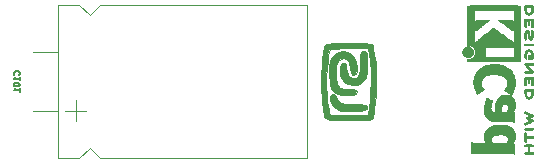
<source format=gbo>
G04 #@! TF.FileFunction,Legend,Bot*
%FSLAX46Y46*%
G04 Gerber Fmt 4.6, Leading zero omitted, Abs format (unit mm)*
G04 Created by KiCad (PCBNEW 4.0.7) date 01/22/18 19:47:42*
%MOMM*%
%LPD*%
G01*
G04 APERTURE LIST*
%ADD10C,0.100000*%
%ADD11C,0.120000*%
%ADD12C,0.010000*%
%ADD13C,0.127000*%
G04 APERTURE END LIST*
D10*
G36*
X156228418Y-67617178D02*
X156822076Y-67615038D01*
X157006945Y-67614800D01*
X157647217Y-67612832D01*
X158137453Y-67606165D01*
X158496914Y-67593656D01*
X158744861Y-67574161D01*
X158900554Y-67546535D01*
X158983252Y-67509635D01*
X158996670Y-67496631D01*
X159068142Y-67329396D01*
X159098474Y-67191467D01*
X158644748Y-67191467D01*
X157051371Y-67191467D01*
X156530909Y-67187411D01*
X156081332Y-67176050D01*
X155727665Y-67158595D01*
X155494937Y-67136253D01*
X155408926Y-67112075D01*
X155378092Y-67000627D01*
X155331619Y-66758352D01*
X155276095Y-66422293D01*
X155224485Y-66074908D01*
X155162536Y-65446440D01*
X155134245Y-64718851D01*
X155138497Y-63948937D01*
X155174179Y-63193492D01*
X155240176Y-62509314D01*
X155302237Y-62111467D01*
X155406859Y-61561133D01*
X157028143Y-61538166D01*
X158649426Y-61515199D01*
X158740198Y-62088499D01*
X158792928Y-62424413D01*
X158840002Y-62729224D01*
X158868091Y-62915800D01*
X158885739Y-63155969D01*
X158892161Y-63527325D01*
X158888617Y-63992183D01*
X158876364Y-64512857D01*
X158856660Y-65051662D01*
X158830761Y-65570912D01*
X158799926Y-66032922D01*
X158765412Y-66400006D01*
X158747306Y-66535300D01*
X158644748Y-67191467D01*
X159098474Y-67191467D01*
X159136166Y-67020075D01*
X159198037Y-66595913D01*
X159251051Y-66084156D01*
X159292504Y-65512049D01*
X159319692Y-64906839D01*
X159329910Y-64295769D01*
X159329483Y-64143467D01*
X159324260Y-63658469D01*
X159316201Y-63219689D01*
X159306183Y-62860954D01*
X159295080Y-62616092D01*
X159287816Y-62534800D01*
X159204236Y-62028228D01*
X159121708Y-61620439D01*
X159045632Y-61335262D01*
X158985674Y-61201300D01*
X158907849Y-61164265D01*
X158732790Y-61136106D01*
X158445075Y-61115998D01*
X158029284Y-61103117D01*
X157469996Y-61096637D01*
X157006945Y-61095467D01*
X156390599Y-61096418D01*
X155922164Y-61100377D01*
X155580224Y-61109000D01*
X155343362Y-61123944D01*
X155190160Y-61146866D01*
X155099203Y-61179422D01*
X155049073Y-61223268D01*
X155033597Y-61248112D01*
X154940179Y-61514000D01*
X154860175Y-61919561D01*
X154794830Y-62435573D01*
X154745389Y-63032815D01*
X154713099Y-63682064D01*
X154699204Y-64354098D01*
X154704950Y-65019696D01*
X154731582Y-65649634D01*
X154780346Y-66214691D01*
X154811783Y-66452993D01*
X154863423Y-66818458D01*
X154908352Y-67098562D01*
X154967847Y-67304566D01*
X155063182Y-67447729D01*
X155215632Y-67539312D01*
X155446471Y-67590575D01*
X155776975Y-67612777D01*
X156228418Y-67617178D01*
X156228418Y-67617178D01*
X156228418Y-67617178D01*
G37*
X156228418Y-67617178D02*
X156822076Y-67615038D01*
X157006945Y-67614800D01*
X157647217Y-67612832D01*
X158137453Y-67606165D01*
X158496914Y-67593656D01*
X158744861Y-67574161D01*
X158900554Y-67546535D01*
X158983252Y-67509635D01*
X158996670Y-67496631D01*
X159068142Y-67329396D01*
X159098474Y-67191467D01*
X158644748Y-67191467D01*
X157051371Y-67191467D01*
X156530909Y-67187411D01*
X156081332Y-67176050D01*
X155727665Y-67158595D01*
X155494937Y-67136253D01*
X155408926Y-67112075D01*
X155378092Y-67000627D01*
X155331619Y-66758352D01*
X155276095Y-66422293D01*
X155224485Y-66074908D01*
X155162536Y-65446440D01*
X155134245Y-64718851D01*
X155138497Y-63948937D01*
X155174179Y-63193492D01*
X155240176Y-62509314D01*
X155302237Y-62111467D01*
X155406859Y-61561133D01*
X157028143Y-61538166D01*
X158649426Y-61515199D01*
X158740198Y-62088499D01*
X158792928Y-62424413D01*
X158840002Y-62729224D01*
X158868091Y-62915800D01*
X158885739Y-63155969D01*
X158892161Y-63527325D01*
X158888617Y-63992183D01*
X158876364Y-64512857D01*
X158856660Y-65051662D01*
X158830761Y-65570912D01*
X158799926Y-66032922D01*
X158765412Y-66400006D01*
X158747306Y-66535300D01*
X158644748Y-67191467D01*
X159098474Y-67191467D01*
X159136166Y-67020075D01*
X159198037Y-66595913D01*
X159251051Y-66084156D01*
X159292504Y-65512049D01*
X159319692Y-64906839D01*
X159329910Y-64295769D01*
X159329483Y-64143467D01*
X159324260Y-63658469D01*
X159316201Y-63219689D01*
X159306183Y-62860954D01*
X159295080Y-62616092D01*
X159287816Y-62534800D01*
X159204236Y-62028228D01*
X159121708Y-61620439D01*
X159045632Y-61335262D01*
X158985674Y-61201300D01*
X158907849Y-61164265D01*
X158732790Y-61136106D01*
X158445075Y-61115998D01*
X158029284Y-61103117D01*
X157469996Y-61096637D01*
X157006945Y-61095467D01*
X156390599Y-61096418D01*
X155922164Y-61100377D01*
X155580224Y-61109000D01*
X155343362Y-61123944D01*
X155190160Y-61146866D01*
X155099203Y-61179422D01*
X155049073Y-61223268D01*
X155033597Y-61248112D01*
X154940179Y-61514000D01*
X154860175Y-61919561D01*
X154794830Y-62435573D01*
X154745389Y-63032815D01*
X154713099Y-63682064D01*
X154699204Y-64354098D01*
X154704950Y-65019696D01*
X154731582Y-65649634D01*
X154780346Y-66214691D01*
X154811783Y-66452993D01*
X154863423Y-66818458D01*
X154908352Y-67098562D01*
X154967847Y-67304566D01*
X155063182Y-67447729D01*
X155215632Y-67539312D01*
X155446471Y-67590575D01*
X155776975Y-67612777D01*
X156228418Y-67617178D01*
X156228418Y-67617178D01*
G36*
X157373396Y-64655470D02*
X157756950Y-64607989D01*
X158106481Y-64443247D01*
X158375811Y-64168961D01*
X158449168Y-64027703D01*
X158499105Y-63839367D01*
X158530878Y-63568515D01*
X158549742Y-63179711D01*
X158555393Y-62958133D01*
X158559691Y-62561739D01*
X158555729Y-62223447D01*
X158544450Y-61981670D01*
X158528953Y-61878633D01*
X158411885Y-61789771D01*
X158233760Y-61781684D01*
X158079596Y-61849494D01*
X158039391Y-61906725D01*
X158017378Y-62045527D01*
X158000077Y-62309599D01*
X157989813Y-62654893D01*
X157988000Y-62880391D01*
X157972429Y-63361935D01*
X157918481Y-63698471D01*
X157815299Y-63912072D01*
X157652028Y-64024813D01*
X157417811Y-64058767D01*
X157408455Y-64058800D01*
X157144492Y-63992302D01*
X156957644Y-63787658D01*
X156842320Y-63437142D01*
X156812904Y-63235724D01*
X156777063Y-62960161D01*
X156731056Y-62813493D01*
X156653255Y-62755673D01*
X156548666Y-62746467D01*
X156434268Y-62757431D01*
X156367955Y-62815764D01*
X156333166Y-62959624D01*
X156313341Y-63227169D01*
X156309817Y-63296800D01*
X156313844Y-63713080D01*
X156378245Y-64012780D01*
X156420786Y-64107079D01*
X156665094Y-64403742D01*
X156996037Y-64586963D01*
X157373396Y-64655470D01*
X157373396Y-64655470D01*
X157373396Y-64655470D01*
G37*
X157373396Y-64655470D02*
X157756950Y-64607989D01*
X158106481Y-64443247D01*
X158375811Y-64168961D01*
X158449168Y-64027703D01*
X158499105Y-63839367D01*
X158530878Y-63568515D01*
X158549742Y-63179711D01*
X158555393Y-62958133D01*
X158559691Y-62561739D01*
X158555729Y-62223447D01*
X158544450Y-61981670D01*
X158528953Y-61878633D01*
X158411885Y-61789771D01*
X158233760Y-61781684D01*
X158079596Y-61849494D01*
X158039391Y-61906725D01*
X158017378Y-62045527D01*
X158000077Y-62309599D01*
X157989813Y-62654893D01*
X157988000Y-62880391D01*
X157972429Y-63361935D01*
X157918481Y-63698471D01*
X157815299Y-63912072D01*
X157652028Y-64024813D01*
X157417811Y-64058767D01*
X157408455Y-64058800D01*
X157144492Y-63992302D01*
X156957644Y-63787658D01*
X156842320Y-63437142D01*
X156812904Y-63235724D01*
X156777063Y-62960161D01*
X156731056Y-62813493D01*
X156653255Y-62755673D01*
X156548666Y-62746467D01*
X156434268Y-62757431D01*
X156367955Y-62815764D01*
X156333166Y-62959624D01*
X156313341Y-63227169D01*
X156309817Y-63296800D01*
X156313844Y-63713080D01*
X156378245Y-64012780D01*
X156420786Y-64107079D01*
X156665094Y-64403742D01*
X156996037Y-64586963D01*
X157373396Y-64655470D01*
X157373396Y-64655470D01*
G36*
X157464399Y-66851868D02*
X157987157Y-66831938D01*
X158350069Y-66771139D01*
X158551846Y-66670094D01*
X158591203Y-66529424D01*
X158479066Y-66361733D01*
X158333488Y-66308482D01*
X158026882Y-66274486D01*
X157566537Y-66260476D01*
X157467050Y-66260133D01*
X157069735Y-66251564D01*
X156717407Y-66228430D01*
X156455877Y-66194590D01*
X156350124Y-66166041D01*
X156180654Y-66022475D01*
X156033565Y-65788128D01*
X156014284Y-65742708D01*
X155903786Y-65521638D01*
X155777972Y-65426807D01*
X155672685Y-65413467D01*
X155496243Y-65477439D01*
X155412667Y-65645369D01*
X155419481Y-65881275D01*
X155514205Y-66149174D01*
X155694361Y-66413084D01*
X155745255Y-66467078D01*
X155921985Y-66618360D01*
X156121797Y-66725016D01*
X156377186Y-66794317D01*
X156720649Y-66833537D01*
X157184682Y-66849949D01*
X157464399Y-66851868D01*
X157464399Y-66851868D01*
X157464399Y-66851868D01*
G37*
X157464399Y-66851868D02*
X157987157Y-66831938D01*
X158350069Y-66771139D01*
X158551846Y-66670094D01*
X158591203Y-66529424D01*
X158479066Y-66361733D01*
X158333488Y-66308482D01*
X158026882Y-66274486D01*
X157566537Y-66260476D01*
X157467050Y-66260133D01*
X157069735Y-66251564D01*
X156717407Y-66228430D01*
X156455877Y-66194590D01*
X156350124Y-66166041D01*
X156180654Y-66022475D01*
X156033565Y-65788128D01*
X156014284Y-65742708D01*
X155903786Y-65521638D01*
X155777972Y-65426807D01*
X155672685Y-65413467D01*
X155496243Y-65477439D01*
X155412667Y-65645369D01*
X155419481Y-65881275D01*
X155514205Y-66149174D01*
X155694361Y-66413084D01*
X155745255Y-66467078D01*
X155921985Y-66618360D01*
X156121797Y-66725016D01*
X156377186Y-66794317D01*
X156720649Y-66833537D01*
X157184682Y-66849949D01*
X157464399Y-66851868D01*
X157464399Y-66851868D01*
G36*
X157098520Y-65507999D02*
X157395519Y-65483974D01*
X157605327Y-65432017D01*
X157679951Y-65371133D01*
X157710023Y-65179105D01*
X157613621Y-65058657D01*
X157376874Y-64999911D01*
X157144909Y-64990133D01*
X156649412Y-64955054D01*
X156299937Y-64847785D01*
X156087931Y-64665279D01*
X156052336Y-64600935D01*
X156009401Y-64423494D01*
X155976319Y-64128386D01*
X155958058Y-63767208D01*
X155956000Y-63600567D01*
X155961548Y-63208942D01*
X155983080Y-62944146D01*
X156027927Y-62763898D01*
X156103422Y-62625914D01*
X156131478Y-62588551D01*
X156360739Y-62409554D01*
X156623950Y-62372002D01*
X156870950Y-62479186D01*
X156930854Y-62536112D01*
X157045454Y-62759006D01*
X157116508Y-63108442D01*
X157124644Y-63192279D01*
X157181077Y-63556648D01*
X157278606Y-63757448D01*
X157418155Y-63795608D01*
X157600647Y-63672057D01*
X157600952Y-63671752D01*
X157698949Y-63474653D01*
X157716715Y-63152023D01*
X157654860Y-62691921D01*
X157651719Y-62675551D01*
X157505080Y-62295802D01*
X157253501Y-62017356D01*
X156930686Y-61844296D01*
X156570335Y-61780701D01*
X156206151Y-61830654D01*
X155871837Y-61998235D01*
X155601094Y-62287526D01*
X155527569Y-62418328D01*
X155448187Y-62601660D01*
X155397824Y-62785089D01*
X155371875Y-63010137D01*
X155365734Y-63318328D01*
X155374796Y-63751184D01*
X155375852Y-63786291D01*
X155398266Y-64279286D01*
X155438823Y-64637235D01*
X155509716Y-64894323D01*
X155623137Y-65084732D01*
X155791277Y-65242645D01*
X155930171Y-65340425D01*
X156130154Y-65420305D01*
X156421259Y-65475382D01*
X156758907Y-65504874D01*
X157098520Y-65507999D01*
X157098520Y-65507999D01*
X157098520Y-65507999D01*
G37*
X157098520Y-65507999D02*
X157395519Y-65483974D01*
X157605327Y-65432017D01*
X157679951Y-65371133D01*
X157710023Y-65179105D01*
X157613621Y-65058657D01*
X157376874Y-64999911D01*
X157144909Y-64990133D01*
X156649412Y-64955054D01*
X156299937Y-64847785D01*
X156087931Y-64665279D01*
X156052336Y-64600935D01*
X156009401Y-64423494D01*
X155976319Y-64128386D01*
X155958058Y-63767208D01*
X155956000Y-63600567D01*
X155961548Y-63208942D01*
X155983080Y-62944146D01*
X156027927Y-62763898D01*
X156103422Y-62625914D01*
X156131478Y-62588551D01*
X156360739Y-62409554D01*
X156623950Y-62372002D01*
X156870950Y-62479186D01*
X156930854Y-62536112D01*
X157045454Y-62759006D01*
X157116508Y-63108442D01*
X157124644Y-63192279D01*
X157181077Y-63556648D01*
X157278606Y-63757448D01*
X157418155Y-63795608D01*
X157600647Y-63672057D01*
X157600952Y-63671752D01*
X157698949Y-63474653D01*
X157716715Y-63152023D01*
X157654860Y-62691921D01*
X157651719Y-62675551D01*
X157505080Y-62295802D01*
X157253501Y-62017356D01*
X156930686Y-61844296D01*
X156570335Y-61780701D01*
X156206151Y-61830654D01*
X155871837Y-61998235D01*
X155601094Y-62287526D01*
X155527569Y-62418328D01*
X155448187Y-62601660D01*
X155397824Y-62785089D01*
X155371875Y-63010137D01*
X155365734Y-63318328D01*
X155374796Y-63751184D01*
X155375852Y-63786291D01*
X155398266Y-64279286D01*
X155438823Y-64637235D01*
X155509716Y-64894323D01*
X155623137Y-65084732D01*
X155791277Y-65242645D01*
X155930171Y-65340425D01*
X156130154Y-65420305D01*
X156421259Y-65475382D01*
X156758907Y-65504874D01*
X157098520Y-65507999D01*
X157098520Y-65507999D01*
D11*
X130330000Y-61850000D02*
X132390000Y-61850000D01*
X133010000Y-66810000D02*
X134810000Y-66810000D01*
X133910000Y-67710000D02*
X133910000Y-65910000D01*
X132390000Y-70850000D02*
X132390000Y-57850000D01*
X153510000Y-70850000D02*
X153510000Y-57850000D01*
X132390000Y-70850000D02*
X134190000Y-70850000D01*
X134200000Y-70850000D02*
X135100000Y-69950000D01*
X135100000Y-69950000D02*
X136000000Y-70850000D01*
X135990000Y-70850000D02*
X153510000Y-70850000D01*
X132390000Y-57850000D02*
X134190000Y-57850000D01*
X134180000Y-57850000D02*
X135080000Y-58750000D01*
X135080000Y-58750000D02*
X135980000Y-57850000D01*
X135990000Y-57850000D02*
X153510000Y-57850000D01*
X130330000Y-66850000D02*
X132390000Y-66850000D01*
D12*
G36*
X171890266Y-58051729D02*
X171890667Y-58091211D01*
X171893459Y-58206900D01*
X171901750Y-58303789D01*
X171916432Y-58385181D01*
X171938393Y-58454377D01*
X171968522Y-58514680D01*
X172007710Y-58569392D01*
X172024732Y-58588933D01*
X172064563Y-58621350D01*
X172118613Y-58650580D01*
X172178523Y-58673109D01*
X172235939Y-58685421D01*
X172257156Y-58686700D01*
X172315969Y-58678683D01*
X172380213Y-58657201D01*
X172441021Y-58626101D01*
X172489530Y-58589234D01*
X172495382Y-58583246D01*
X172536521Y-58532521D01*
X172568635Y-58476975D01*
X172592565Y-58413404D01*
X172609153Y-58338606D01*
X172619241Y-58249378D01*
X172623669Y-58142518D01*
X172624045Y-58093572D01*
X172623745Y-58031338D01*
X172622492Y-57987572D01*
X172619754Y-57958169D01*
X172615001Y-57939021D01*
X172607701Y-57926023D01*
X172601467Y-57919055D01*
X172593894Y-57912474D01*
X172584124Y-57907312D01*
X172569540Y-57903397D01*
X172547526Y-57900557D01*
X172515464Y-57898620D01*
X172470736Y-57897416D01*
X172410726Y-57896772D01*
X172332817Y-57896517D01*
X172257156Y-57896478D01*
X172156241Y-57896230D01*
X172075627Y-57896283D01*
X172037022Y-57897243D01*
X172037022Y-58043233D01*
X172477289Y-58043233D01*
X172477204Y-58136366D01*
X172475596Y-58192407D01*
X172471456Y-58251101D01*
X172465664Y-58300072D01*
X172465426Y-58301562D01*
X172446290Y-58380708D01*
X172416487Y-58442098D01*
X172374078Y-58488795D01*
X172328161Y-58518465D01*
X172277226Y-58536747D01*
X172229400Y-58535329D01*
X172178133Y-58514112D01*
X172125099Y-58472611D01*
X172085800Y-58415102D01*
X172059531Y-58340350D01*
X172050235Y-58290392D01*
X172043707Y-58233684D01*
X172038982Y-58173581D01*
X172037017Y-58122461D01*
X172037008Y-58119433D01*
X172037022Y-58043233D01*
X172037022Y-57897243D01*
X172013051Y-57897840D01*
X171966255Y-57902102D01*
X171932978Y-57910270D01*
X171910959Y-57923544D01*
X171897939Y-57943126D01*
X171891657Y-57970217D01*
X171889853Y-58006018D01*
X171890266Y-58051729D01*
X171890266Y-58051729D01*
G37*
X171890266Y-58051729D02*
X171890667Y-58091211D01*
X171893459Y-58206900D01*
X171901750Y-58303789D01*
X171916432Y-58385181D01*
X171938393Y-58454377D01*
X171968522Y-58514680D01*
X172007710Y-58569392D01*
X172024732Y-58588933D01*
X172064563Y-58621350D01*
X172118613Y-58650580D01*
X172178523Y-58673109D01*
X172235939Y-58685421D01*
X172257156Y-58686700D01*
X172315969Y-58678683D01*
X172380213Y-58657201D01*
X172441021Y-58626101D01*
X172489530Y-58589234D01*
X172495382Y-58583246D01*
X172536521Y-58532521D01*
X172568635Y-58476975D01*
X172592565Y-58413404D01*
X172609153Y-58338606D01*
X172619241Y-58249378D01*
X172623669Y-58142518D01*
X172624045Y-58093572D01*
X172623745Y-58031338D01*
X172622492Y-57987572D01*
X172619754Y-57958169D01*
X172615001Y-57939021D01*
X172607701Y-57926023D01*
X172601467Y-57919055D01*
X172593894Y-57912474D01*
X172584124Y-57907312D01*
X172569540Y-57903397D01*
X172547526Y-57900557D01*
X172515464Y-57898620D01*
X172470736Y-57897416D01*
X172410726Y-57896772D01*
X172332817Y-57896517D01*
X172257156Y-57896478D01*
X172156241Y-57896230D01*
X172075627Y-57896283D01*
X172037022Y-57897243D01*
X172037022Y-58043233D01*
X172477289Y-58043233D01*
X172477204Y-58136366D01*
X172475596Y-58192407D01*
X172471456Y-58251101D01*
X172465664Y-58300072D01*
X172465426Y-58301562D01*
X172446290Y-58380708D01*
X172416487Y-58442098D01*
X172374078Y-58488795D01*
X172328161Y-58518465D01*
X172277226Y-58536747D01*
X172229400Y-58535329D01*
X172178133Y-58514112D01*
X172125099Y-58472611D01*
X172085800Y-58415102D01*
X172059531Y-58340350D01*
X172050235Y-58290392D01*
X172043707Y-58233684D01*
X172038982Y-58173581D01*
X172037017Y-58122461D01*
X172037008Y-58119433D01*
X172037022Y-58043233D01*
X172037022Y-57897243D01*
X172013051Y-57897840D01*
X171966255Y-57902102D01*
X171932978Y-57910270D01*
X171910959Y-57923544D01*
X171897939Y-57943126D01*
X171891657Y-57970217D01*
X171889853Y-58006018D01*
X171890266Y-58051729D01*
G36*
X171890346Y-59460306D02*
X171890718Y-59529714D01*
X171891585Y-59582103D01*
X171893146Y-59620253D01*
X171895603Y-59646941D01*
X171899157Y-59664947D01*
X171904010Y-59677051D01*
X171910361Y-59686031D01*
X171913284Y-59689282D01*
X171944342Y-59709057D01*
X171980028Y-59712618D01*
X172011710Y-59699609D01*
X172018113Y-59693594D01*
X172024321Y-59683865D01*
X172029110Y-59668199D01*
X172032714Y-59643692D01*
X172035364Y-59607439D01*
X172037295Y-59556535D01*
X172038739Y-59488074D01*
X172039618Y-59425483D01*
X172042667Y-59177766D01*
X172107578Y-59174381D01*
X172172489Y-59170995D01*
X172172489Y-59339142D01*
X172173119Y-59412141D01*
X172175753Y-59465583D01*
X172181509Y-59502472D01*
X172191504Y-59525812D01*
X172206856Y-59538606D01*
X172228682Y-59543858D01*
X172248938Y-59544655D01*
X172273792Y-59542177D01*
X172292106Y-59532823D01*
X172304837Y-59513717D01*
X172312941Y-59481982D01*
X172317376Y-59434741D01*
X172319099Y-59369117D01*
X172319245Y-59333299D01*
X172319245Y-59172122D01*
X172477289Y-59172122D01*
X172477289Y-59420478D01*
X172477402Y-59501887D01*
X172477912Y-59563758D01*
X172479070Y-59609132D01*
X172481130Y-59641046D01*
X172484346Y-59662541D01*
X172488972Y-59676657D01*
X172495259Y-59686432D01*
X172499867Y-59691411D01*
X172526760Y-59708490D01*
X172550667Y-59713989D01*
X172579867Y-59706137D01*
X172601467Y-59691411D01*
X172608266Y-59683554D01*
X172613546Y-59673412D01*
X172617498Y-59658256D01*
X172620313Y-59635359D01*
X172622182Y-59601991D01*
X172623298Y-59555425D01*
X172623851Y-59492933D01*
X172624033Y-59411786D01*
X172624045Y-59369678D01*
X172623965Y-59279502D01*
X172623598Y-59209176D01*
X172622752Y-59155971D01*
X172621236Y-59117160D01*
X172618859Y-59090013D01*
X172615429Y-59071802D01*
X172610754Y-59059800D01*
X172604644Y-59051278D01*
X172601467Y-59047944D01*
X172593870Y-59041345D01*
X172584070Y-59036173D01*
X172569439Y-59032254D01*
X172547352Y-59029416D01*
X172515182Y-59027485D01*
X172470303Y-59026288D01*
X172410089Y-59025652D01*
X172331913Y-59025403D01*
X172259123Y-59025366D01*
X172165907Y-59025400D01*
X172092631Y-59025635D01*
X172036658Y-59026270D01*
X171995351Y-59027506D01*
X171966072Y-59029544D01*
X171946184Y-59032583D01*
X171933050Y-59036823D01*
X171924032Y-59042465D01*
X171916493Y-59049709D01*
X171914812Y-59051494D01*
X171907372Y-59060155D01*
X171901609Y-59070218D01*
X171897312Y-59084475D01*
X171894264Y-59105717D01*
X171892251Y-59136736D01*
X171891060Y-59180323D01*
X171890475Y-59239269D01*
X171890283Y-59316366D01*
X171890267Y-59371099D01*
X171890346Y-59460306D01*
X171890346Y-59460306D01*
G37*
X171890346Y-59460306D02*
X171890718Y-59529714D01*
X171891585Y-59582103D01*
X171893146Y-59620253D01*
X171895603Y-59646941D01*
X171899157Y-59664947D01*
X171904010Y-59677051D01*
X171910361Y-59686031D01*
X171913284Y-59689282D01*
X171944342Y-59709057D01*
X171980028Y-59712618D01*
X172011710Y-59699609D01*
X172018113Y-59693594D01*
X172024321Y-59683865D01*
X172029110Y-59668199D01*
X172032714Y-59643692D01*
X172035364Y-59607439D01*
X172037295Y-59556535D01*
X172038739Y-59488074D01*
X172039618Y-59425483D01*
X172042667Y-59177766D01*
X172107578Y-59174381D01*
X172172489Y-59170995D01*
X172172489Y-59339142D01*
X172173119Y-59412141D01*
X172175753Y-59465583D01*
X172181509Y-59502472D01*
X172191504Y-59525812D01*
X172206856Y-59538606D01*
X172228682Y-59543858D01*
X172248938Y-59544655D01*
X172273792Y-59542177D01*
X172292106Y-59532823D01*
X172304837Y-59513717D01*
X172312941Y-59481982D01*
X172317376Y-59434741D01*
X172319099Y-59369117D01*
X172319245Y-59333299D01*
X172319245Y-59172122D01*
X172477289Y-59172122D01*
X172477289Y-59420478D01*
X172477402Y-59501887D01*
X172477912Y-59563758D01*
X172479070Y-59609132D01*
X172481130Y-59641046D01*
X172484346Y-59662541D01*
X172488972Y-59676657D01*
X172495259Y-59686432D01*
X172499867Y-59691411D01*
X172526760Y-59708490D01*
X172550667Y-59713989D01*
X172579867Y-59706137D01*
X172601467Y-59691411D01*
X172608266Y-59683554D01*
X172613546Y-59673412D01*
X172617498Y-59658256D01*
X172620313Y-59635359D01*
X172622182Y-59601991D01*
X172623298Y-59555425D01*
X172623851Y-59492933D01*
X172624033Y-59411786D01*
X172624045Y-59369678D01*
X172623965Y-59279502D01*
X172623598Y-59209176D01*
X172622752Y-59155971D01*
X172621236Y-59117160D01*
X172618859Y-59090013D01*
X172615429Y-59071802D01*
X172610754Y-59059800D01*
X172604644Y-59051278D01*
X172601467Y-59047944D01*
X172593870Y-59041345D01*
X172584070Y-59036173D01*
X172569439Y-59032254D01*
X172547352Y-59029416D01*
X172515182Y-59027485D01*
X172470303Y-59026288D01*
X172410089Y-59025652D01*
X172331913Y-59025403D01*
X172259123Y-59025366D01*
X172165907Y-59025400D01*
X172092631Y-59025635D01*
X172036658Y-59026270D01*
X171995351Y-59027506D01*
X171966072Y-59029544D01*
X171946184Y-59032583D01*
X171933050Y-59036823D01*
X171924032Y-59042465D01*
X171916493Y-59049709D01*
X171914812Y-59051494D01*
X171907372Y-59060155D01*
X171901609Y-59070218D01*
X171897312Y-59084475D01*
X171894264Y-59105717D01*
X171892251Y-59136736D01*
X171891060Y-59180323D01*
X171890475Y-59239269D01*
X171890283Y-59316366D01*
X171890267Y-59371099D01*
X171890346Y-59460306D01*
G36*
X171891551Y-60481397D02*
X171896781Y-60556212D01*
X171904950Y-60625794D01*
X171915750Y-60686098D01*
X171928873Y-60733080D01*
X171944013Y-60762694D01*
X171948469Y-60767240D01*
X171983050Y-60783046D01*
X172018551Y-60778253D01*
X172048925Y-60753736D01*
X172049796Y-60752566D01*
X172059154Y-60738146D01*
X172064076Y-60723092D01*
X172064673Y-60702095D01*
X172061061Y-60669843D01*
X172053354Y-60621027D01*
X172052705Y-60617100D01*
X172043769Y-60544361D01*
X172039361Y-60465883D01*
X172039319Y-60387173D01*
X172043479Y-60313739D01*
X172051679Y-60251089D01*
X172063757Y-60204730D01*
X172064971Y-60201684D01*
X172083815Y-60168052D01*
X172102885Y-60156236D01*
X172121639Y-60165486D01*
X172139537Y-60195053D01*
X172156037Y-60244189D01*
X172170596Y-60312143D01*
X172177606Y-60357455D01*
X172191089Y-60451644D01*
X172203414Y-60526556D01*
X172215649Y-60585383D01*
X172228861Y-60631315D01*
X172244117Y-60667545D01*
X172262485Y-60697262D01*
X172285031Y-60723658D01*
X172307171Y-60744870D01*
X172338019Y-60770035D01*
X172364545Y-60782419D01*
X172397226Y-60786292D01*
X172409195Y-60786433D01*
X172448912Y-60783524D01*
X172478459Y-60771898D01*
X172504686Y-60751777D01*
X172544776Y-60710884D01*
X172575349Y-60665283D01*
X172597403Y-60611587D01*
X172611935Y-60546408D01*
X172619941Y-60466356D01*
X172622418Y-60368043D01*
X172622377Y-60351811D01*
X172621018Y-60286251D01*
X172617930Y-60221234D01*
X172613556Y-60163848D01*
X172608340Y-60121178D01*
X172607741Y-60117728D01*
X172597691Y-60075304D01*
X172584996Y-60039320D01*
X172573390Y-60018950D01*
X172542772Y-59999993D01*
X172507118Y-59998673D01*
X172475344Y-60015015D01*
X172471751Y-60018671D01*
X172461076Y-60033785D01*
X172456476Y-60052685D01*
X172457259Y-60081938D01*
X172461327Y-60117449D01*
X172464962Y-60157130D01*
X172468028Y-60212755D01*
X172470253Y-60277694D01*
X172471364Y-60345315D01*
X172471437Y-60363100D01*
X172471164Y-60430972D01*
X172469846Y-60480646D01*
X172467027Y-60516490D01*
X172462250Y-60542876D01*
X172455057Y-60564174D01*
X172449067Y-60576974D01*
X172432433Y-60605100D01*
X172417368Y-60623032D01*
X172413097Y-60625653D01*
X172395463Y-60620124D01*
X172378392Y-60593840D01*
X172362658Y-60548622D01*
X172349038Y-60486292D01*
X172346004Y-60467929D01*
X172330938Y-60372010D01*
X172318346Y-60295459D01*
X172307311Y-60235320D01*
X172296920Y-60188640D01*
X172286256Y-60152463D01*
X172274405Y-60123835D01*
X172260451Y-60099802D01*
X172243481Y-60077408D01*
X172222578Y-60053698D01*
X172215249Y-60045720D01*
X172187899Y-60017747D01*
X172166229Y-60002940D01*
X172141432Y-59997148D01*
X172110183Y-59996211D01*
X172048905Y-60006525D01*
X171996840Y-60037348D01*
X171954158Y-60088505D01*
X171921025Y-60159817D01*
X171906164Y-60210700D01*
X171896566Y-60266000D01*
X171891136Y-60332247D01*
X171889567Y-60405394D01*
X171891551Y-60481397D01*
X171891551Y-60481397D01*
G37*
X171891551Y-60481397D02*
X171896781Y-60556212D01*
X171904950Y-60625794D01*
X171915750Y-60686098D01*
X171928873Y-60733080D01*
X171944013Y-60762694D01*
X171948469Y-60767240D01*
X171983050Y-60783046D01*
X172018551Y-60778253D01*
X172048925Y-60753736D01*
X172049796Y-60752566D01*
X172059154Y-60738146D01*
X172064076Y-60723092D01*
X172064673Y-60702095D01*
X172061061Y-60669843D01*
X172053354Y-60621027D01*
X172052705Y-60617100D01*
X172043769Y-60544361D01*
X172039361Y-60465883D01*
X172039319Y-60387173D01*
X172043479Y-60313739D01*
X172051679Y-60251089D01*
X172063757Y-60204730D01*
X172064971Y-60201684D01*
X172083815Y-60168052D01*
X172102885Y-60156236D01*
X172121639Y-60165486D01*
X172139537Y-60195053D01*
X172156037Y-60244189D01*
X172170596Y-60312143D01*
X172177606Y-60357455D01*
X172191089Y-60451644D01*
X172203414Y-60526556D01*
X172215649Y-60585383D01*
X172228861Y-60631315D01*
X172244117Y-60667545D01*
X172262485Y-60697262D01*
X172285031Y-60723658D01*
X172307171Y-60744870D01*
X172338019Y-60770035D01*
X172364545Y-60782419D01*
X172397226Y-60786292D01*
X172409195Y-60786433D01*
X172448912Y-60783524D01*
X172478459Y-60771898D01*
X172504686Y-60751777D01*
X172544776Y-60710884D01*
X172575349Y-60665283D01*
X172597403Y-60611587D01*
X172611935Y-60546408D01*
X172619941Y-60466356D01*
X172622418Y-60368043D01*
X172622377Y-60351811D01*
X172621018Y-60286251D01*
X172617930Y-60221234D01*
X172613556Y-60163848D01*
X172608340Y-60121178D01*
X172607741Y-60117728D01*
X172597691Y-60075304D01*
X172584996Y-60039320D01*
X172573390Y-60018950D01*
X172542772Y-59999993D01*
X172507118Y-59998673D01*
X172475344Y-60015015D01*
X172471751Y-60018671D01*
X172461076Y-60033785D01*
X172456476Y-60052685D01*
X172457259Y-60081938D01*
X172461327Y-60117449D01*
X172464962Y-60157130D01*
X172468028Y-60212755D01*
X172470253Y-60277694D01*
X172471364Y-60345315D01*
X172471437Y-60363100D01*
X172471164Y-60430972D01*
X172469846Y-60480646D01*
X172467027Y-60516490D01*
X172462250Y-60542876D01*
X172455057Y-60564174D01*
X172449067Y-60576974D01*
X172432433Y-60605100D01*
X172417368Y-60623032D01*
X172413097Y-60625653D01*
X172395463Y-60620124D01*
X172378392Y-60593840D01*
X172362658Y-60548622D01*
X172349038Y-60486292D01*
X172346004Y-60467929D01*
X172330938Y-60372010D01*
X172318346Y-60295459D01*
X172307311Y-60235320D01*
X172296920Y-60188640D01*
X172286256Y-60152463D01*
X172274405Y-60123835D01*
X172260451Y-60099802D01*
X172243481Y-60077408D01*
X172222578Y-60053698D01*
X172215249Y-60045720D01*
X172187899Y-60017747D01*
X172166229Y-60002940D01*
X172141432Y-59997148D01*
X172110183Y-59996211D01*
X172048905Y-60006525D01*
X171996840Y-60037348D01*
X171954158Y-60088505D01*
X171921025Y-60159817D01*
X171906164Y-60210700D01*
X171896566Y-60266000D01*
X171891136Y-60332247D01*
X171889567Y-60405394D01*
X171891551Y-60481397D01*
G36*
X171912845Y-61249278D02*
X171920418Y-61255858D01*
X171930187Y-61261021D01*
X171944771Y-61264936D01*
X171966785Y-61267776D01*
X171998848Y-61269713D01*
X172043575Y-61270917D01*
X172103585Y-61271561D01*
X172181494Y-61271816D01*
X172257156Y-61271855D01*
X172351002Y-61271786D01*
X172424889Y-61271462D01*
X172481432Y-61270714D01*
X172523249Y-61269368D01*
X172552957Y-61267254D01*
X172573173Y-61264200D01*
X172586514Y-61260034D01*
X172595598Y-61254584D01*
X172601467Y-61249278D01*
X172621147Y-61216274D01*
X172619381Y-61181109D01*
X172597917Y-61149645D01*
X172589537Y-61142416D01*
X172579814Y-61136766D01*
X172566061Y-61132501D01*
X172545589Y-61129427D01*
X172515712Y-61127348D01*
X172473741Y-61126070D01*
X172416989Y-61125399D01*
X172342767Y-61125141D01*
X172258737Y-61125100D01*
X171945685Y-61125100D01*
X171917976Y-61152809D01*
X171894663Y-61186963D01*
X171893823Y-61220094D01*
X171912845Y-61249278D01*
X171912845Y-61249278D01*
G37*
X171912845Y-61249278D02*
X171920418Y-61255858D01*
X171930187Y-61261021D01*
X171944771Y-61264936D01*
X171966785Y-61267776D01*
X171998848Y-61269713D01*
X172043575Y-61270917D01*
X172103585Y-61271561D01*
X172181494Y-61271816D01*
X172257156Y-61271855D01*
X172351002Y-61271786D01*
X172424889Y-61271462D01*
X172481432Y-61270714D01*
X172523249Y-61269368D01*
X172552957Y-61267254D01*
X172573173Y-61264200D01*
X172586514Y-61260034D01*
X172595598Y-61254584D01*
X172601467Y-61249278D01*
X172621147Y-61216274D01*
X172619381Y-61181109D01*
X172597917Y-61149645D01*
X172589537Y-61142416D01*
X172579814Y-61136766D01*
X172566061Y-61132501D01*
X172545589Y-61129427D01*
X172515712Y-61127348D01*
X172473741Y-61126070D01*
X172416989Y-61125399D01*
X172342767Y-61125141D01*
X172258737Y-61125100D01*
X171945685Y-61125100D01*
X171917976Y-61152809D01*
X171894663Y-61186963D01*
X171893823Y-61220094D01*
X171912845Y-61249278D01*
G36*
X171895799Y-62223019D02*
X171907295Y-62291535D01*
X171925167Y-62344157D01*
X171948699Y-62378392D01*
X171962124Y-62387721D01*
X171993348Y-62397207D01*
X172021595Y-62390823D01*
X172048382Y-62370670D01*
X172060913Y-62339355D01*
X172059896Y-62293917D01*
X172053106Y-62258774D01*
X172040171Y-62180681D01*
X172038942Y-62100874D01*
X172049441Y-62011545D01*
X172053890Y-61986871D01*
X172077308Y-61903809D01*
X172112145Y-61838827D01*
X172157804Y-61792639D01*
X172213694Y-61765955D01*
X172242588Y-61760437D01*
X172301212Y-61764049D01*
X172353079Y-61787371D01*
X172397178Y-61828276D01*
X172432499Y-61884641D01*
X172458029Y-61954340D01*
X172472759Y-62035248D01*
X172475678Y-62125240D01*
X172465775Y-62222190D01*
X172464841Y-62227664D01*
X172457659Y-62266225D01*
X172450721Y-62287606D01*
X172440427Y-62296873D01*
X172423176Y-62299094D01*
X172414041Y-62299144D01*
X172375689Y-62299144D01*
X172375689Y-62230669D01*
X172371547Y-62170200D01*
X172358347Y-62128935D01*
X172334930Y-62104925D01*
X172300136Y-62096223D01*
X172295594Y-62096117D01*
X172265854Y-62101208D01*
X172244619Y-62118667D01*
X172230566Y-62151161D01*
X172222373Y-62201357D01*
X172219361Y-62249977D01*
X172217633Y-62320644D01*
X172220270Y-62371902D01*
X172230000Y-62406861D01*
X172249553Y-62428630D01*
X172281656Y-62440320D01*
X172329038Y-62445040D01*
X172391271Y-62445900D01*
X172460735Y-62444491D01*
X172507986Y-62440252D01*
X172533212Y-62433164D01*
X172535188Y-62431789D01*
X172566708Y-62392872D01*
X172591670Y-62335814D01*
X172609540Y-62264231D01*
X172619786Y-62181742D01*
X172621873Y-62091961D01*
X172615268Y-61998508D01*
X172607156Y-61943544D01*
X172582754Y-61857334D01*
X172542862Y-61777208D01*
X172491087Y-61710123D01*
X172480739Y-61699927D01*
X172437235Y-61666798D01*
X172383318Y-61636906D01*
X172326792Y-61613743D01*
X172275459Y-61600802D01*
X172255744Y-61599242D01*
X172214619Y-61605882D01*
X172163452Y-61623532D01*
X172109594Y-61648803D01*
X172060395Y-61678311D01*
X172027534Y-61704381D01*
X171978652Y-61765335D01*
X171939745Y-61844131D01*
X171911694Y-61937943D01*
X171895379Y-62043950D01*
X171891392Y-62141100D01*
X171895799Y-62223019D01*
X171895799Y-62223019D01*
G37*
X171895799Y-62223019D02*
X171907295Y-62291535D01*
X171925167Y-62344157D01*
X171948699Y-62378392D01*
X171962124Y-62387721D01*
X171993348Y-62397207D01*
X172021595Y-62390823D01*
X172048382Y-62370670D01*
X172060913Y-62339355D01*
X172059896Y-62293917D01*
X172053106Y-62258774D01*
X172040171Y-62180681D01*
X172038942Y-62100874D01*
X172049441Y-62011545D01*
X172053890Y-61986871D01*
X172077308Y-61903809D01*
X172112145Y-61838827D01*
X172157804Y-61792639D01*
X172213694Y-61765955D01*
X172242588Y-61760437D01*
X172301212Y-61764049D01*
X172353079Y-61787371D01*
X172397178Y-61828276D01*
X172432499Y-61884641D01*
X172458029Y-61954340D01*
X172472759Y-62035248D01*
X172475678Y-62125240D01*
X172465775Y-62222190D01*
X172464841Y-62227664D01*
X172457659Y-62266225D01*
X172450721Y-62287606D01*
X172440427Y-62296873D01*
X172423176Y-62299094D01*
X172414041Y-62299144D01*
X172375689Y-62299144D01*
X172375689Y-62230669D01*
X172371547Y-62170200D01*
X172358347Y-62128935D01*
X172334930Y-62104925D01*
X172300136Y-62096223D01*
X172295594Y-62096117D01*
X172265854Y-62101208D01*
X172244619Y-62118667D01*
X172230566Y-62151161D01*
X172222373Y-62201357D01*
X172219361Y-62249977D01*
X172217633Y-62320644D01*
X172220270Y-62371902D01*
X172230000Y-62406861D01*
X172249553Y-62428630D01*
X172281656Y-62440320D01*
X172329038Y-62445040D01*
X172391271Y-62445900D01*
X172460735Y-62444491D01*
X172507986Y-62440252D01*
X172533212Y-62433164D01*
X172535188Y-62431789D01*
X172566708Y-62392872D01*
X172591670Y-62335814D01*
X172609540Y-62264231D01*
X172619786Y-62181742D01*
X172621873Y-62091961D01*
X172615268Y-61998508D01*
X172607156Y-61943544D01*
X172582754Y-61857334D01*
X172542862Y-61777208D01*
X172491087Y-61710123D01*
X172480739Y-61699927D01*
X172437235Y-61666798D01*
X172383318Y-61636906D01*
X172326792Y-61613743D01*
X172275459Y-61600802D01*
X172255744Y-61599242D01*
X172214619Y-61605882D01*
X172163452Y-61623532D01*
X172109594Y-61648803D01*
X172060395Y-61678311D01*
X172027534Y-61704381D01*
X171978652Y-61765335D01*
X171939745Y-61844131D01*
X171911694Y-61937943D01*
X171895379Y-62043950D01*
X171891392Y-62141100D01*
X171895799Y-62223019D01*
G36*
X171894648Y-62872986D02*
X171908473Y-62896552D01*
X171931081Y-62927365D01*
X171963538Y-62967022D01*
X172006908Y-63017120D01*
X172062258Y-63079257D01*
X172130651Y-63155028D01*
X172209284Y-63241766D01*
X172373078Y-63422389D01*
X172153229Y-63428033D01*
X172077551Y-63430071D01*
X172021194Y-63432037D01*
X171980906Y-63434366D01*
X171953435Y-63437494D01*
X171935529Y-63441855D01*
X171923937Y-63447884D01*
X171915408Y-63456016D01*
X171911823Y-63460328D01*
X171892870Y-63494859D01*
X171895641Y-63527717D01*
X171911833Y-63553782D01*
X171933399Y-63580433D01*
X172248351Y-63583748D01*
X172340979Y-63584665D01*
X172413744Y-63585132D01*
X172469361Y-63584987D01*
X172510542Y-63584068D01*
X172540003Y-63582213D01*
X172560455Y-63579261D01*
X172574613Y-63575050D01*
X172585191Y-63569418D01*
X172593674Y-63563173D01*
X172609407Y-63549661D01*
X172619836Y-63536217D01*
X172623839Y-63520976D01*
X172620294Y-63502074D01*
X172608079Y-63477645D01*
X172586071Y-63445827D01*
X172553149Y-63404752D01*
X172508191Y-63352558D01*
X172450075Y-63287378D01*
X172383299Y-63213544D01*
X172142658Y-62948255D01*
X172361789Y-62942611D01*
X172437328Y-62940569D01*
X172493554Y-62938598D01*
X172533724Y-62936261D01*
X172561096Y-62933119D01*
X172578928Y-62928736D01*
X172590479Y-62922676D01*
X172599007Y-62914500D01*
X172602482Y-62910316D01*
X172621572Y-62873335D01*
X172618693Y-62838392D01*
X172594300Y-62807964D01*
X172584486Y-62801003D01*
X172573026Y-62795577D01*
X172557168Y-62791497D01*
X172534163Y-62788571D01*
X172501262Y-62786608D01*
X172455716Y-62785417D01*
X172394773Y-62784808D01*
X172315686Y-62784589D01*
X172257156Y-62784566D01*
X172165607Y-62784640D01*
X172093887Y-62784987D01*
X172039245Y-62785799D01*
X171998932Y-62787267D01*
X171970198Y-62789581D01*
X171950293Y-62792933D01*
X171936468Y-62797512D01*
X171925972Y-62803511D01*
X171920011Y-62807964D01*
X171905891Y-62819250D01*
X171895229Y-62829799D01*
X171889092Y-62841207D01*
X171888543Y-62855070D01*
X171894648Y-62872986D01*
X171894648Y-62872986D01*
G37*
X171894648Y-62872986D02*
X171908473Y-62896552D01*
X171931081Y-62927365D01*
X171963538Y-62967022D01*
X172006908Y-63017120D01*
X172062258Y-63079257D01*
X172130651Y-63155028D01*
X172209284Y-63241766D01*
X172373078Y-63422389D01*
X172153229Y-63428033D01*
X172077551Y-63430071D01*
X172021194Y-63432037D01*
X171980906Y-63434366D01*
X171953435Y-63437494D01*
X171935529Y-63441855D01*
X171923937Y-63447884D01*
X171915408Y-63456016D01*
X171911823Y-63460328D01*
X171892870Y-63494859D01*
X171895641Y-63527717D01*
X171911833Y-63553782D01*
X171933399Y-63580433D01*
X172248351Y-63583748D01*
X172340979Y-63584665D01*
X172413744Y-63585132D01*
X172469361Y-63584987D01*
X172510542Y-63584068D01*
X172540003Y-63582213D01*
X172560455Y-63579261D01*
X172574613Y-63575050D01*
X172585191Y-63569418D01*
X172593674Y-63563173D01*
X172609407Y-63549661D01*
X172619836Y-63536217D01*
X172623839Y-63520976D01*
X172620294Y-63502074D01*
X172608079Y-63477645D01*
X172586071Y-63445827D01*
X172553149Y-63404752D01*
X172508191Y-63352558D01*
X172450075Y-63287378D01*
X172383299Y-63213544D01*
X172142658Y-62948255D01*
X172361789Y-62942611D01*
X172437328Y-62940569D01*
X172493554Y-62938598D01*
X172533724Y-62936261D01*
X172561096Y-62933119D01*
X172578928Y-62928736D01*
X172590479Y-62922676D01*
X172599007Y-62914500D01*
X172602482Y-62910316D01*
X172621572Y-62873335D01*
X172618693Y-62838392D01*
X172594300Y-62807964D01*
X172584486Y-62801003D01*
X172573026Y-62795577D01*
X172557168Y-62791497D01*
X172534163Y-62788571D01*
X172501262Y-62786608D01*
X172455716Y-62785417D01*
X172394773Y-62784808D01*
X172315686Y-62784589D01*
X172257156Y-62784566D01*
X172165607Y-62784640D01*
X172093887Y-62784987D01*
X172039245Y-62785799D01*
X171998932Y-62787267D01*
X171970198Y-62789581D01*
X171950293Y-62792933D01*
X171936468Y-62797512D01*
X171925972Y-62803511D01*
X171920011Y-62807964D01*
X171905891Y-62819250D01*
X171895229Y-62829799D01*
X171889092Y-62841207D01*
X171888543Y-62855070D01*
X171894648Y-62872986D01*
G36*
X171890460Y-64403443D02*
X171891374Y-64479801D01*
X171893511Y-64538317D01*
X171897375Y-64581355D01*
X171903467Y-64611283D01*
X171912290Y-64630468D01*
X171924346Y-64641276D01*
X171940139Y-64646073D01*
X171960170Y-64647227D01*
X171962535Y-64647233D01*
X171985192Y-64646231D01*
X172002703Y-64641496D01*
X172015774Y-64630433D01*
X172025113Y-64610448D01*
X172031427Y-64578946D01*
X172035422Y-64533332D01*
X172037806Y-64471013D01*
X172039286Y-64389393D01*
X172039614Y-64364377D01*
X172042667Y-64122300D01*
X172107578Y-64118914D01*
X172172489Y-64115529D01*
X172172489Y-64283676D01*
X172172731Y-64349366D01*
X172173756Y-64396272D01*
X172176011Y-64428183D01*
X172179942Y-64448891D01*
X172185998Y-64462184D01*
X172194624Y-64471855D01*
X172194693Y-64471917D01*
X172228312Y-64489456D01*
X172264648Y-64488822D01*
X172295623Y-64470414D01*
X172298807Y-64466771D01*
X172307012Y-64453841D01*
X172312721Y-64436124D01*
X172316362Y-64409670D01*
X172318367Y-64370532D01*
X172319164Y-64314762D01*
X172319245Y-64279094D01*
X172319245Y-64116655D01*
X172477289Y-64116655D01*
X172477289Y-64363261D01*
X172477431Y-64444680D01*
X172478014Y-64506510D01*
X172479268Y-64551737D01*
X172481427Y-64583348D01*
X172484723Y-64604331D01*
X172489389Y-64617673D01*
X172495657Y-64626361D01*
X172497933Y-64628550D01*
X172529480Y-64644714D01*
X172565368Y-64645897D01*
X172596485Y-64632636D01*
X172606471Y-64622143D01*
X172611969Y-64611229D01*
X172616222Y-64594317D01*
X172619380Y-64568733D01*
X172621592Y-64531801D01*
X172623006Y-64480846D01*
X172623772Y-64413194D01*
X172624038Y-64326169D01*
X172624045Y-64306494D01*
X172623987Y-64218011D01*
X172623667Y-64149327D01*
X172622867Y-64097664D01*
X172621367Y-64060245D01*
X172618949Y-64034290D01*
X172615394Y-64017022D01*
X172610482Y-64005662D01*
X172603995Y-63997432D01*
X172599338Y-63992917D01*
X172591089Y-63986121D01*
X172580869Y-63980812D01*
X172566000Y-63976806D01*
X172543802Y-63973921D01*
X172511593Y-63971974D01*
X172466696Y-63970781D01*
X172406428Y-63970161D01*
X172328111Y-63969929D01*
X172262194Y-63969900D01*
X172169828Y-63969971D01*
X172097317Y-63970308D01*
X172041937Y-63971098D01*
X172000965Y-63972526D01*
X171971678Y-63974779D01*
X171951353Y-63978043D01*
X171937266Y-63982504D01*
X171926695Y-63988348D01*
X171920011Y-63993297D01*
X171890267Y-64016694D01*
X171890267Y-64306874D01*
X171890460Y-64403443D01*
X171890460Y-64403443D01*
G37*
X171890460Y-64403443D02*
X171891374Y-64479801D01*
X171893511Y-64538317D01*
X171897375Y-64581355D01*
X171903467Y-64611283D01*
X171912290Y-64630468D01*
X171924346Y-64641276D01*
X171940139Y-64646073D01*
X171960170Y-64647227D01*
X171962535Y-64647233D01*
X171985192Y-64646231D01*
X172002703Y-64641496D01*
X172015774Y-64630433D01*
X172025113Y-64610448D01*
X172031427Y-64578946D01*
X172035422Y-64533332D01*
X172037806Y-64471013D01*
X172039286Y-64389393D01*
X172039614Y-64364377D01*
X172042667Y-64122300D01*
X172107578Y-64118914D01*
X172172489Y-64115529D01*
X172172489Y-64283676D01*
X172172731Y-64349366D01*
X172173756Y-64396272D01*
X172176011Y-64428183D01*
X172179942Y-64448891D01*
X172185998Y-64462184D01*
X172194624Y-64471855D01*
X172194693Y-64471917D01*
X172228312Y-64489456D01*
X172264648Y-64488822D01*
X172295623Y-64470414D01*
X172298807Y-64466771D01*
X172307012Y-64453841D01*
X172312721Y-64436124D01*
X172316362Y-64409670D01*
X172318367Y-64370532D01*
X172319164Y-64314762D01*
X172319245Y-64279094D01*
X172319245Y-64116655D01*
X172477289Y-64116655D01*
X172477289Y-64363261D01*
X172477431Y-64444680D01*
X172478014Y-64506510D01*
X172479268Y-64551737D01*
X172481427Y-64583348D01*
X172484723Y-64604331D01*
X172489389Y-64617673D01*
X172495657Y-64626361D01*
X172497933Y-64628550D01*
X172529480Y-64644714D01*
X172565368Y-64645897D01*
X172596485Y-64632636D01*
X172606471Y-64622143D01*
X172611969Y-64611229D01*
X172616222Y-64594317D01*
X172619380Y-64568733D01*
X172621592Y-64531801D01*
X172623006Y-64480846D01*
X172623772Y-64413194D01*
X172624038Y-64326169D01*
X172624045Y-64306494D01*
X172623987Y-64218011D01*
X172623667Y-64149327D01*
X172622867Y-64097664D01*
X172621367Y-64060245D01*
X172618949Y-64034290D01*
X172615394Y-64017022D01*
X172610482Y-64005662D01*
X172603995Y-63997432D01*
X172599338Y-63992917D01*
X172591089Y-63986121D01*
X172580869Y-63980812D01*
X172566000Y-63976806D01*
X172543802Y-63973921D01*
X172511593Y-63971974D01*
X172466696Y-63970781D01*
X172406428Y-63970161D01*
X172328111Y-63969929D01*
X172262194Y-63969900D01*
X172169828Y-63969971D01*
X172097317Y-63970308D01*
X172041937Y-63971098D01*
X172000965Y-63972526D01*
X171971678Y-63974779D01*
X171951353Y-63978043D01*
X171937266Y-63982504D01*
X171926695Y-63988348D01*
X171920011Y-63993297D01*
X171890267Y-64016694D01*
X171890267Y-64306874D01*
X171890460Y-64403443D01*
G36*
X171890475Y-65191409D02*
X171894836Y-65320388D01*
X171908061Y-65430091D01*
X171930941Y-65522326D01*
X171964270Y-65598902D01*
X172008838Y-65661627D01*
X172065436Y-65712312D01*
X172134858Y-65752763D01*
X172136551Y-65753559D01*
X172198683Y-65777701D01*
X172253709Y-65786303D01*
X172309087Y-65779331D01*
X172372273Y-65756754D01*
X172381889Y-65752472D01*
X172438166Y-65723272D01*
X172481651Y-65690456D01*
X172518617Y-65648102D01*
X172555335Y-65590290D01*
X172557252Y-65586931D01*
X172581427Y-65536604D01*
X172599482Y-65479721D01*
X172612039Y-65412627D01*
X172619722Y-65331665D01*
X172623153Y-65233182D01*
X172623451Y-65198386D01*
X172624045Y-65032694D01*
X172594300Y-65009297D01*
X172584519Y-65002357D01*
X172573097Y-64996942D01*
X172557295Y-64992865D01*
X172534375Y-64989937D01*
X172501596Y-64987967D01*
X172477289Y-64987325D01*
X172477289Y-65143944D01*
X172477289Y-65237826D01*
X172475683Y-65292764D01*
X172471455Y-65349160D01*
X172465492Y-65395445D01*
X172464990Y-65398239D01*
X172442936Y-65480448D01*
X172409800Y-65544214D01*
X172364047Y-65591552D01*
X172304139Y-65624482D01*
X172288261Y-65630208D01*
X172263533Y-65635821D01*
X172239102Y-65633391D01*
X172206600Y-65621567D01*
X172190634Y-65614440D01*
X172148206Y-65591100D01*
X172118440Y-65562980D01*
X172097711Y-65532040D01*
X172070737Y-65470066D01*
X172051198Y-65390751D01*
X172039946Y-65298353D01*
X172037470Y-65231433D01*
X172037022Y-65143944D01*
X172477289Y-65143944D01*
X172477289Y-64987325D01*
X172456221Y-64986768D01*
X172395511Y-64986150D01*
X172316726Y-64985925D01*
X172255120Y-64985900D01*
X171945685Y-64985900D01*
X171917976Y-65013609D01*
X171906744Y-65025906D01*
X171899053Y-65039203D01*
X171894240Y-65057772D01*
X171891646Y-65085886D01*
X171890610Y-65127817D01*
X171890470Y-65187837D01*
X171890475Y-65191409D01*
X171890475Y-65191409D01*
G37*
X171890475Y-65191409D02*
X171894836Y-65320388D01*
X171908061Y-65430091D01*
X171930941Y-65522326D01*
X171964270Y-65598902D01*
X172008838Y-65661627D01*
X172065436Y-65712312D01*
X172134858Y-65752763D01*
X172136551Y-65753559D01*
X172198683Y-65777701D01*
X172253709Y-65786303D01*
X172309087Y-65779331D01*
X172372273Y-65756754D01*
X172381889Y-65752472D01*
X172438166Y-65723272D01*
X172481651Y-65690456D01*
X172518617Y-65648102D01*
X172555335Y-65590290D01*
X172557252Y-65586931D01*
X172581427Y-65536604D01*
X172599482Y-65479721D01*
X172612039Y-65412627D01*
X172619722Y-65331665D01*
X172623153Y-65233182D01*
X172623451Y-65198386D01*
X172624045Y-65032694D01*
X172594300Y-65009297D01*
X172584519Y-65002357D01*
X172573097Y-64996942D01*
X172557295Y-64992865D01*
X172534375Y-64989937D01*
X172501596Y-64987967D01*
X172477289Y-64987325D01*
X172477289Y-65143944D01*
X172477289Y-65237826D01*
X172475683Y-65292764D01*
X172471455Y-65349160D01*
X172465492Y-65395445D01*
X172464990Y-65398239D01*
X172442936Y-65480448D01*
X172409800Y-65544214D01*
X172364047Y-65591552D01*
X172304139Y-65624482D01*
X172288261Y-65630208D01*
X172263533Y-65635821D01*
X172239102Y-65633391D01*
X172206600Y-65621567D01*
X172190634Y-65614440D01*
X172148206Y-65591100D01*
X172118440Y-65562980D01*
X172097711Y-65532040D01*
X172070737Y-65470066D01*
X172051198Y-65390751D01*
X172039946Y-65298353D01*
X172037470Y-65231433D01*
X172037022Y-65143944D01*
X172477289Y-65143944D01*
X172477289Y-64987325D01*
X172456221Y-64986768D01*
X172395511Y-64986150D01*
X172316726Y-64985925D01*
X172255120Y-64985900D01*
X171945685Y-64985900D01*
X171917976Y-65013609D01*
X171906744Y-65025906D01*
X171899053Y-65039203D01*
X171894240Y-65057772D01*
X171891646Y-65085886D01*
X171890610Y-65127817D01*
X171890470Y-65187837D01*
X171890475Y-65191409D01*
G36*
X171892234Y-67917765D02*
X171899235Y-67937355D01*
X171899577Y-67938110D01*
X171919878Y-67964713D01*
X171940761Y-67979370D01*
X171950552Y-67982238D01*
X171963561Y-67982096D01*
X171982095Y-67978061D01*
X172008457Y-67969246D01*
X172044952Y-67954769D01*
X172093887Y-67933745D01*
X172157565Y-67905288D01*
X172238293Y-67868515D01*
X172282416Y-67848275D01*
X172361185Y-67811725D01*
X172433623Y-67777415D01*
X172497080Y-67746652D01*
X172548908Y-67720748D01*
X172586459Y-67701010D01*
X172607084Y-67688750D01*
X172609933Y-67686324D01*
X172622502Y-67655283D01*
X172620819Y-67620221D01*
X172605532Y-67592100D01*
X172604289Y-67590954D01*
X172587354Y-67579768D01*
X172554370Y-67561004D01*
X172509580Y-67536975D01*
X172457232Y-67509997D01*
X172437942Y-67500301D01*
X172291350Y-67427114D01*
X172450593Y-67347340D01*
X172505615Y-67318867D01*
X172553332Y-67292450D01*
X172590093Y-67270248D01*
X172612244Y-67254419D01*
X172616941Y-67249054D01*
X172623302Y-67207357D01*
X172609933Y-67172949D01*
X172595646Y-67162828D01*
X172563892Y-67145314D01*
X172517797Y-67121835D01*
X172460485Y-67093820D01*
X172395080Y-67062699D01*
X172324707Y-67029899D01*
X172252491Y-66996850D01*
X172181555Y-66964981D01*
X172115025Y-66935719D01*
X172056026Y-66910495D01*
X172007681Y-66890736D01*
X171973115Y-66877872D01*
X171955453Y-66873331D01*
X171954813Y-66873377D01*
X171932588Y-66884426D01*
X171909953Y-66906510D01*
X171908968Y-66907810D01*
X171893625Y-66934953D01*
X171893774Y-66960058D01*
X171896666Y-66969468D01*
X171902918Y-66980934D01*
X171915214Y-66993110D01*
X171936108Y-67007457D01*
X171968149Y-67025436D01*
X172013888Y-67048507D01*
X172075877Y-67078130D01*
X172133098Y-67104845D01*
X172199426Y-67135580D01*
X172259074Y-67163121D01*
X172308925Y-67186038D01*
X172345864Y-67202898D01*
X172366773Y-67212273D01*
X172370045Y-67213640D01*
X172364697Y-67219789D01*
X172342309Y-67233922D01*
X172306146Y-67254157D01*
X172259477Y-67278615D01*
X172240222Y-67288348D01*
X172175204Y-67321317D01*
X172127854Y-67346743D01*
X172095419Y-67366712D01*
X172075146Y-67383310D01*
X172064282Y-67398624D01*
X172060075Y-67414740D01*
X172059600Y-67425243D01*
X172061242Y-67443770D01*
X172068031Y-67460004D01*
X172082766Y-67476135D01*
X172108244Y-67494351D01*
X172147261Y-67516839D01*
X172202614Y-67545789D01*
X172234103Y-67561762D01*
X172284287Y-67587670D01*
X172325904Y-67610267D01*
X172355442Y-67627558D01*
X172369389Y-67637550D01*
X172369970Y-67638909D01*
X172358993Y-67645361D01*
X172330490Y-67659808D01*
X172287444Y-67680803D01*
X172232838Y-67706897D01*
X172169654Y-67736646D01*
X172138271Y-67751280D01*
X172057278Y-67789350D01*
X171994956Y-67820005D01*
X171949271Y-67844837D01*
X171918189Y-67865437D01*
X171899678Y-67883398D01*
X171891704Y-67900310D01*
X171892234Y-67917765D01*
X171892234Y-67917765D01*
G37*
X171892234Y-67917765D02*
X171899235Y-67937355D01*
X171899577Y-67938110D01*
X171919878Y-67964713D01*
X171940761Y-67979370D01*
X171950552Y-67982238D01*
X171963561Y-67982096D01*
X171982095Y-67978061D01*
X172008457Y-67969246D01*
X172044952Y-67954769D01*
X172093887Y-67933745D01*
X172157565Y-67905288D01*
X172238293Y-67868515D01*
X172282416Y-67848275D01*
X172361185Y-67811725D01*
X172433623Y-67777415D01*
X172497080Y-67746652D01*
X172548908Y-67720748D01*
X172586459Y-67701010D01*
X172607084Y-67688750D01*
X172609933Y-67686324D01*
X172622502Y-67655283D01*
X172620819Y-67620221D01*
X172605532Y-67592100D01*
X172604289Y-67590954D01*
X172587354Y-67579768D01*
X172554370Y-67561004D01*
X172509580Y-67536975D01*
X172457232Y-67509997D01*
X172437942Y-67500301D01*
X172291350Y-67427114D01*
X172450593Y-67347340D01*
X172505615Y-67318867D01*
X172553332Y-67292450D01*
X172590093Y-67270248D01*
X172612244Y-67254419D01*
X172616941Y-67249054D01*
X172623302Y-67207357D01*
X172609933Y-67172949D01*
X172595646Y-67162828D01*
X172563892Y-67145314D01*
X172517797Y-67121835D01*
X172460485Y-67093820D01*
X172395080Y-67062699D01*
X172324707Y-67029899D01*
X172252491Y-66996850D01*
X172181555Y-66964981D01*
X172115025Y-66935719D01*
X172056026Y-66910495D01*
X172007681Y-66890736D01*
X171973115Y-66877872D01*
X171955453Y-66873331D01*
X171954813Y-66873377D01*
X171932588Y-66884426D01*
X171909953Y-66906510D01*
X171908968Y-66907810D01*
X171893625Y-66934953D01*
X171893774Y-66960058D01*
X171896666Y-66969468D01*
X171902918Y-66980934D01*
X171915214Y-66993110D01*
X171936108Y-67007457D01*
X171968149Y-67025436D01*
X172013888Y-67048507D01*
X172075877Y-67078130D01*
X172133098Y-67104845D01*
X172199426Y-67135580D01*
X172259074Y-67163121D01*
X172308925Y-67186038D01*
X172345864Y-67202898D01*
X172366773Y-67212273D01*
X172370045Y-67213640D01*
X172364697Y-67219789D01*
X172342309Y-67233922D01*
X172306146Y-67254157D01*
X172259477Y-67278615D01*
X172240222Y-67288348D01*
X172175204Y-67321317D01*
X172127854Y-67346743D01*
X172095419Y-67366712D01*
X172075146Y-67383310D01*
X172064282Y-67398624D01*
X172060075Y-67414740D01*
X172059600Y-67425243D01*
X172061242Y-67443770D01*
X172068031Y-67460004D01*
X172082766Y-67476135D01*
X172108244Y-67494351D01*
X172147261Y-67516839D01*
X172202614Y-67545789D01*
X172234103Y-67561762D01*
X172284287Y-67587670D01*
X172325904Y-67610267D01*
X172355442Y-67627558D01*
X172369389Y-67637550D01*
X172369970Y-67638909D01*
X172358993Y-67645361D01*
X172330490Y-67659808D01*
X172287444Y-67680803D01*
X172232838Y-67706897D01*
X172169654Y-67736646D01*
X172138271Y-67751280D01*
X172057278Y-67789350D01*
X171994956Y-67820005D01*
X171949271Y-67844837D01*
X171918189Y-67865437D01*
X171899678Y-67883398D01*
X171891704Y-67900310D01*
X171892234Y-67917765D01*
G36*
X171897077Y-68361714D02*
X171911847Y-68385427D01*
X171933427Y-68412078D01*
X172254973Y-68412078D01*
X172349030Y-68411993D01*
X172423132Y-68411629D01*
X172479904Y-68410824D01*
X172521968Y-68409413D01*
X172551948Y-68407233D01*
X172572467Y-68404121D01*
X172586149Y-68399914D01*
X172595616Y-68394448D01*
X172600282Y-68390572D01*
X172620775Y-68359134D01*
X172619939Y-68323333D01*
X172602464Y-68291973D01*
X172580884Y-68265322D01*
X171933427Y-68265322D01*
X171911847Y-68291973D01*
X171896149Y-68317694D01*
X171890267Y-68338700D01*
X171897077Y-68361714D01*
X171897077Y-68361714D01*
G37*
X171897077Y-68361714D02*
X171911847Y-68385427D01*
X171933427Y-68412078D01*
X172254973Y-68412078D01*
X172349030Y-68411993D01*
X172423132Y-68411629D01*
X172479904Y-68410824D01*
X172521968Y-68409413D01*
X172551948Y-68407233D01*
X172572467Y-68404121D01*
X172586149Y-68399914D01*
X172595616Y-68394448D01*
X172600282Y-68390572D01*
X172620775Y-68359134D01*
X172619939Y-68323333D01*
X172602464Y-68291973D01*
X172580884Y-68265322D01*
X171933427Y-68265322D01*
X171911847Y-68291973D01*
X171896149Y-68317694D01*
X171890267Y-68338700D01*
X171897077Y-68361714D01*
G36*
X171890363Y-69136165D02*
X171890742Y-69214872D01*
X171891533Y-69275963D01*
X171892870Y-69321917D01*
X171894883Y-69355214D01*
X171897706Y-69378336D01*
X171901469Y-69393762D01*
X171906305Y-69403971D01*
X171910022Y-69408913D01*
X171942558Y-69434557D01*
X171976338Y-69437659D01*
X172007026Y-69421811D01*
X172019289Y-69411448D01*
X172027650Y-69400296D01*
X172032857Y-69384135D01*
X172035657Y-69358742D01*
X172036796Y-69319898D01*
X172037021Y-69263380D01*
X172037022Y-69252280D01*
X172037022Y-69106344D01*
X172307956Y-69106344D01*
X172393354Y-69106248D01*
X172459064Y-69105811D01*
X172507974Y-69104812D01*
X172542973Y-69103028D01*
X172566949Y-69100237D01*
X172582793Y-69096217D01*
X172593391Y-69090745D01*
X172601467Y-69083766D01*
X172621312Y-69050834D01*
X172619748Y-69016454D01*
X172597106Y-68985276D01*
X172594300Y-68982986D01*
X172583692Y-68975529D01*
X172571281Y-68969847D01*
X172554050Y-68965701D01*
X172528984Y-68962850D01*
X172493067Y-68961054D01*
X172443283Y-68960072D01*
X172376617Y-68959664D01*
X172300789Y-68959589D01*
X172037022Y-68959589D01*
X172037022Y-68820227D01*
X172036618Y-68760422D01*
X172035040Y-68719018D01*
X172031747Y-68691848D01*
X172026192Y-68674746D01*
X172017831Y-68663543D01*
X172016378Y-68662183D01*
X171983139Y-68645825D01*
X171945562Y-68647272D01*
X171912845Y-68666078D01*
X171906498Y-68673350D01*
X171901466Y-68682727D01*
X171897596Y-68696709D01*
X171894737Y-68717796D01*
X171892735Y-68748489D01*
X171891439Y-68791289D01*
X171890698Y-68848695D01*
X171890358Y-68923210D01*
X171890268Y-69017333D01*
X171890267Y-69037360D01*
X171890363Y-69136165D01*
X171890363Y-69136165D01*
G37*
X171890363Y-69136165D02*
X171890742Y-69214872D01*
X171891533Y-69275963D01*
X171892870Y-69321917D01*
X171894883Y-69355214D01*
X171897706Y-69378336D01*
X171901469Y-69393762D01*
X171906305Y-69403971D01*
X171910022Y-69408913D01*
X171942558Y-69434557D01*
X171976338Y-69437659D01*
X172007026Y-69421811D01*
X172019289Y-69411448D01*
X172027650Y-69400296D01*
X172032857Y-69384135D01*
X172035657Y-69358742D01*
X172036796Y-69319898D01*
X172037021Y-69263380D01*
X172037022Y-69252280D01*
X172037022Y-69106344D01*
X172307956Y-69106344D01*
X172393354Y-69106248D01*
X172459064Y-69105811D01*
X172507974Y-69104812D01*
X172542973Y-69103028D01*
X172566949Y-69100237D01*
X172582793Y-69096217D01*
X172593391Y-69090745D01*
X172601467Y-69083766D01*
X172621312Y-69050834D01*
X172619748Y-69016454D01*
X172597106Y-68985276D01*
X172594300Y-68982986D01*
X172583692Y-68975529D01*
X172571281Y-68969847D01*
X172554050Y-68965701D01*
X172528984Y-68962850D01*
X172493067Y-68961054D01*
X172443283Y-68960072D01*
X172376617Y-68959664D01*
X172300789Y-68959589D01*
X172037022Y-68959589D01*
X172037022Y-68820227D01*
X172036618Y-68760422D01*
X172035040Y-68719018D01*
X172031747Y-68691848D01*
X172026192Y-68674746D01*
X172017831Y-68663543D01*
X172016378Y-68662183D01*
X171983139Y-68645825D01*
X171945562Y-68647272D01*
X171912845Y-68666078D01*
X171906498Y-68673350D01*
X171901466Y-68682727D01*
X171897596Y-68696709D01*
X171894737Y-68717796D01*
X171892735Y-68748489D01*
X171891439Y-68791289D01*
X171890698Y-68848695D01*
X171890358Y-68923210D01*
X171890268Y-69017333D01*
X171890267Y-69037360D01*
X171890363Y-69136165D01*
G36*
X171895733Y-70401923D02*
X171917976Y-70433302D01*
X171945685Y-70461011D01*
X172255120Y-70461011D01*
X172346999Y-70460938D01*
X172419040Y-70460595D01*
X172473980Y-70459792D01*
X172514560Y-70458341D01*
X172543517Y-70456052D01*
X172563591Y-70452736D01*
X172577521Y-70448205D01*
X172588045Y-70442269D01*
X172594300Y-70437614D01*
X172618873Y-70406883D01*
X172621541Y-70371596D01*
X172606471Y-70339345D01*
X172597574Y-70328688D01*
X172585757Y-70321564D01*
X172566726Y-70317267D01*
X172536192Y-70315091D01*
X172489862Y-70314328D01*
X172454071Y-70314255D01*
X172319245Y-70314255D01*
X172319245Y-69817544D01*
X172441900Y-69817544D01*
X172497987Y-69817031D01*
X172536533Y-69814976D01*
X172562561Y-69810608D01*
X172581097Y-69803156D01*
X172594300Y-69794147D01*
X172618804Y-69763244D01*
X172621706Y-69728296D01*
X172604289Y-69694838D01*
X172595159Y-69685704D01*
X172583055Y-69679252D01*
X172564201Y-69674997D01*
X172534820Y-69672452D01*
X172491137Y-69671129D01*
X172429375Y-69670543D01*
X172415200Y-69670475D01*
X172298831Y-69669991D01*
X172202927Y-69669741D01*
X172125377Y-69669823D01*
X172064069Y-69670331D01*
X172016890Y-69671362D01*
X171981730Y-69673013D01*
X171956476Y-69675379D01*
X171939017Y-69678557D01*
X171927241Y-69682644D01*
X171919035Y-69687734D01*
X171912845Y-69693366D01*
X171893044Y-69725228D01*
X171895733Y-69758457D01*
X171917976Y-69789835D01*
X171932326Y-69802533D01*
X171948178Y-69810626D01*
X171970754Y-69815142D01*
X172005278Y-69817106D01*
X172056976Y-69817544D01*
X172172489Y-69817544D01*
X172172489Y-70314255D01*
X172053956Y-70314255D01*
X171999348Y-70314762D01*
X171962475Y-70316798D01*
X171938507Y-70321135D01*
X171922615Y-70328547D01*
X171912845Y-70336833D01*
X171893044Y-70368694D01*
X171895733Y-70401923D01*
X171895733Y-70401923D01*
G37*
X171895733Y-70401923D02*
X171917976Y-70433302D01*
X171945685Y-70461011D01*
X172255120Y-70461011D01*
X172346999Y-70460938D01*
X172419040Y-70460595D01*
X172473980Y-70459792D01*
X172514560Y-70458341D01*
X172543517Y-70456052D01*
X172563591Y-70452736D01*
X172577521Y-70448205D01*
X172588045Y-70442269D01*
X172594300Y-70437614D01*
X172618873Y-70406883D01*
X172621541Y-70371596D01*
X172606471Y-70339345D01*
X172597574Y-70328688D01*
X172585757Y-70321564D01*
X172566726Y-70317267D01*
X172536192Y-70315091D01*
X172489862Y-70314328D01*
X172454071Y-70314255D01*
X172319245Y-70314255D01*
X172319245Y-69817544D01*
X172441900Y-69817544D01*
X172497987Y-69817031D01*
X172536533Y-69814976D01*
X172562561Y-69810608D01*
X172581097Y-69803156D01*
X172594300Y-69794147D01*
X172618804Y-69763244D01*
X172621706Y-69728296D01*
X172604289Y-69694838D01*
X172595159Y-69685704D01*
X172583055Y-69679252D01*
X172564201Y-69674997D01*
X172534820Y-69672452D01*
X172491137Y-69671129D01*
X172429375Y-69670543D01*
X172415200Y-69670475D01*
X172298831Y-69669991D01*
X172202927Y-69669741D01*
X172125377Y-69669823D01*
X172064069Y-69670331D01*
X172016890Y-69671362D01*
X171981730Y-69673013D01*
X171956476Y-69675379D01*
X171939017Y-69678557D01*
X171927241Y-69682644D01*
X171919035Y-69687734D01*
X171912845Y-69693366D01*
X171893044Y-69725228D01*
X171895733Y-69758457D01*
X171917976Y-69789835D01*
X171932326Y-69802533D01*
X171948178Y-69810626D01*
X171970754Y-69815142D01*
X172005278Y-69817106D01*
X172056976Y-69817544D01*
X172172489Y-69817544D01*
X172172489Y-70314255D01*
X172053956Y-70314255D01*
X171999348Y-70314762D01*
X171962475Y-70316798D01*
X171938507Y-70321135D01*
X171922615Y-70328547D01*
X171912845Y-70336833D01*
X171893044Y-70368694D01*
X171895733Y-70401923D01*
G36*
X167110254Y-61226700D02*
X167224193Y-61237565D01*
X167331816Y-61269182D01*
X167430815Y-61320085D01*
X167518884Y-61388807D01*
X167593716Y-61473881D01*
X167651584Y-61570868D01*
X167691205Y-61677136D01*
X167709773Y-61784150D01*
X167708634Y-61889800D01*
X167689130Y-61991975D01*
X167652606Y-62088566D01*
X167600405Y-62177462D01*
X167533873Y-62256554D01*
X167454352Y-62323731D01*
X167363187Y-62376883D01*
X167261723Y-62413901D01*
X167151302Y-62432673D01*
X167101406Y-62434611D01*
X167013467Y-62434611D01*
X167013467Y-62486540D01*
X167016311Y-62522847D01*
X167028111Y-62549745D01*
X167051849Y-62576851D01*
X167090231Y-62615233D01*
X169281802Y-62615233D01*
X169543939Y-62615224D01*
X169784441Y-62615192D01*
X170004248Y-62615128D01*
X170204301Y-62615024D01*
X170385544Y-62614873D01*
X170548916Y-62614666D01*
X170695360Y-62614394D01*
X170825817Y-62614050D01*
X170941229Y-62613626D01*
X171042538Y-62613113D01*
X171130684Y-62612503D01*
X171206610Y-62611788D01*
X171271257Y-62610960D01*
X171325567Y-62610011D01*
X171370480Y-62608933D01*
X171406940Y-62607717D01*
X171435887Y-62606355D01*
X171458263Y-62604839D01*
X171475009Y-62603162D01*
X171487068Y-62601314D01*
X171495380Y-62599287D01*
X171500887Y-62597075D01*
X171502737Y-62595992D01*
X171509749Y-62591829D01*
X171516196Y-62588295D01*
X171522100Y-62584465D01*
X171527486Y-62579418D01*
X171532378Y-62572229D01*
X171536798Y-62561977D01*
X171540772Y-62547736D01*
X171544321Y-62528586D01*
X171547470Y-62503601D01*
X171550242Y-62471860D01*
X171552661Y-62432438D01*
X171554751Y-62384414D01*
X171556535Y-62326863D01*
X171558037Y-62258863D01*
X171559280Y-62179490D01*
X171560289Y-62087821D01*
X171561085Y-61982934D01*
X171561694Y-61863904D01*
X171562139Y-61729810D01*
X171562443Y-61579727D01*
X171562630Y-61412733D01*
X171562724Y-61227904D01*
X171562748Y-61024317D01*
X171562725Y-60801050D01*
X171562680Y-60557178D01*
X171562637Y-60291779D01*
X171562632Y-60253396D01*
X171562589Y-59986418D01*
X171562518Y-59741098D01*
X171562413Y-59516517D01*
X171562266Y-59311755D01*
X171562069Y-59125894D01*
X171561816Y-58958012D01*
X171561500Y-58807192D01*
X171561113Y-58672513D01*
X171560647Y-58553056D01*
X171560097Y-58447901D01*
X171559453Y-58356129D01*
X171558711Y-58276821D01*
X171557861Y-58209057D01*
X171556897Y-58151918D01*
X171555811Y-58104483D01*
X171554597Y-58065834D01*
X171553247Y-58035051D01*
X171551755Y-58011215D01*
X171550111Y-57993406D01*
X171548311Y-57980705D01*
X171546345Y-57972192D01*
X171544677Y-57967834D01*
X171541106Y-57959372D01*
X171538470Y-57951603D01*
X171535834Y-57944498D01*
X171532262Y-57938027D01*
X171526821Y-57932161D01*
X171518575Y-57926871D01*
X171506590Y-57922126D01*
X171489931Y-57917898D01*
X171467663Y-57914157D01*
X171438852Y-57910873D01*
X171402563Y-57908017D01*
X171357861Y-57905560D01*
X171303811Y-57903471D01*
X171239479Y-57901722D01*
X171163930Y-57900283D01*
X171076230Y-57899124D01*
X170975443Y-57898217D01*
X170860634Y-57897531D01*
X170730870Y-57897037D01*
X170585215Y-57896705D01*
X170422735Y-57896507D01*
X170242495Y-57896413D01*
X170043560Y-57896392D01*
X169824996Y-57896415D01*
X169585868Y-57896454D01*
X169325240Y-57896478D01*
X169283089Y-57896478D01*
X169020192Y-57896464D01*
X168778932Y-57896439D01*
X168558365Y-57896429D01*
X168357552Y-57896458D01*
X168175549Y-57896552D01*
X168011416Y-57896738D01*
X167864211Y-57897041D01*
X167732992Y-57897486D01*
X167623067Y-57898066D01*
X167623067Y-58200903D01*
X167680911Y-58240693D01*
X167696679Y-58251864D01*
X167710641Y-58261934D01*
X167723984Y-58270962D01*
X167737893Y-58279003D01*
X167753556Y-58286114D01*
X167772158Y-58292353D01*
X167794886Y-58297775D01*
X167822927Y-58302438D01*
X167857467Y-58306399D01*
X167899692Y-58309715D01*
X167950789Y-58312441D01*
X168011944Y-58314636D01*
X168084344Y-58316355D01*
X168169175Y-58317656D01*
X168267622Y-58318595D01*
X168380874Y-58319230D01*
X168510116Y-58319616D01*
X168656534Y-58319812D01*
X168821316Y-58319873D01*
X169005647Y-58319857D01*
X169210713Y-58319820D01*
X169333333Y-58319811D01*
X169550282Y-58319835D01*
X169745842Y-58319869D01*
X169921199Y-58319857D01*
X170077541Y-58319742D01*
X170216057Y-58319470D01*
X170337934Y-58318982D01*
X170444360Y-58318224D01*
X170536522Y-58317138D01*
X170615609Y-58315669D01*
X170682808Y-58313760D01*
X170739307Y-58311356D01*
X170786293Y-58308399D01*
X170824955Y-58304834D01*
X170856480Y-58300605D01*
X170882055Y-58295654D01*
X170902870Y-58289927D01*
X170920111Y-58283367D01*
X170934965Y-58275917D01*
X170948622Y-58267521D01*
X170962269Y-58258124D01*
X170977093Y-58247668D01*
X170985983Y-58241577D01*
X171043600Y-58202804D01*
X171043600Y-58734368D01*
X171043565Y-58857617D01*
X171043415Y-58960113D01*
X171043078Y-59043680D01*
X171042486Y-59110144D01*
X171041567Y-59161329D01*
X171040251Y-59199059D01*
X171038469Y-59225160D01*
X171036151Y-59241456D01*
X171033226Y-59249772D01*
X171029624Y-59251932D01*
X171025275Y-59249761D01*
X171023845Y-59248565D01*
X170986773Y-59223415D01*
X170933972Y-59197517D01*
X170871970Y-59173908D01*
X170845557Y-59165639D01*
X170827616Y-59161022D01*
X170806555Y-59157121D01*
X170780289Y-59153852D01*
X170746732Y-59151134D01*
X170703799Y-59148885D01*
X170649404Y-59147023D01*
X170581462Y-59145464D01*
X170497888Y-59144128D01*
X170396595Y-59142931D01*
X170275500Y-59141792D01*
X170230800Y-59141415D01*
X170105649Y-59140398D01*
X170001282Y-59139640D01*
X169915907Y-59139197D01*
X169847733Y-59139130D01*
X169794965Y-59139495D01*
X169755814Y-59140352D01*
X169728485Y-59141759D01*
X169711186Y-59143775D01*
X169702126Y-59146457D01*
X169699512Y-59149864D01*
X169701551Y-59154056D01*
X169705867Y-59158529D01*
X169718802Y-59168884D01*
X169747876Y-59190942D01*
X169790959Y-59223143D01*
X169845918Y-59263926D01*
X169910623Y-59311730D01*
X169982942Y-59364995D01*
X170060744Y-59422160D01*
X170141898Y-59481663D01*
X170224272Y-59541945D01*
X170305736Y-59601445D01*
X170384157Y-59658602D01*
X170457404Y-59711855D01*
X170523347Y-59759643D01*
X170579854Y-59800407D01*
X170624793Y-59832584D01*
X170656034Y-59854615D01*
X170662666Y-59859183D01*
X170699569Y-59882104D01*
X170747559Y-59908912D01*
X170797097Y-59934311D01*
X170803777Y-59937532D01*
X170851972Y-59959210D01*
X170889534Y-59971796D01*
X170925360Y-59977526D01*
X170967400Y-59978644D01*
X171043600Y-59978010D01*
X171043600Y-61132449D01*
X170949869Y-61041285D01*
X170899975Y-60994488D01*
X170843495Y-60944201D01*
X170789226Y-60898156D01*
X170763873Y-60877731D01*
X170724328Y-60847293D01*
X170671116Y-60807238D01*
X170605867Y-60758739D01*
X170530211Y-60702965D01*
X170445777Y-60641089D01*
X170354194Y-60574281D01*
X170257092Y-60503713D01*
X170156101Y-60430555D01*
X170052850Y-60355979D01*
X169948968Y-60281156D01*
X169846085Y-60207257D01*
X169745831Y-60135454D01*
X169649836Y-60066916D01*
X169559727Y-60002816D01*
X169477136Y-59944325D01*
X169403692Y-59892614D01*
X169341024Y-59848853D01*
X169290761Y-59814215D01*
X169254534Y-59789870D01*
X169233971Y-59776989D01*
X169229868Y-59775231D01*
X169218542Y-59783190D01*
X169191362Y-59803985D01*
X169150029Y-59836253D01*
X169096244Y-59878630D01*
X169031706Y-59929753D01*
X168958118Y-59988259D01*
X168877178Y-60052786D01*
X168790588Y-60121969D01*
X168700048Y-60194447D01*
X168607260Y-60268854D01*
X168532902Y-60328583D01*
X168532902Y-61339589D01*
X168545859Y-61345498D01*
X168568108Y-61359828D01*
X168569591Y-61360875D01*
X168599744Y-61379662D01*
X168636575Y-61399309D01*
X168644711Y-61403208D01*
X168653140Y-61406744D01*
X168663259Y-61409870D01*
X168676460Y-61412614D01*
X168694138Y-61415008D01*
X168717684Y-61417081D01*
X168748493Y-61418865D01*
X168787957Y-61420388D01*
X168837469Y-61421681D01*
X168898423Y-61422774D01*
X168972211Y-61423697D01*
X169060228Y-61424481D01*
X169163865Y-61425155D01*
X169284516Y-61425750D01*
X169423574Y-61426295D01*
X169582432Y-61426821D01*
X169761289Y-61427355D01*
X169946407Y-61427894D01*
X170110345Y-61428328D01*
X170254503Y-61428591D01*
X170380279Y-61428616D01*
X170489071Y-61428335D01*
X170582277Y-61427681D01*
X170661297Y-61426586D01*
X170727528Y-61424982D01*
X170782370Y-61422803D01*
X170827221Y-61419981D01*
X170863478Y-61416449D01*
X170892541Y-61412139D01*
X170915809Y-61406983D01*
X170934679Y-61400915D01*
X170950551Y-61393867D01*
X170964822Y-61385771D01*
X170978891Y-61376560D01*
X170991358Y-61368060D01*
X171017652Y-61350924D01*
X171035237Y-61340778D01*
X171038457Y-61339589D01*
X171039534Y-61350496D01*
X171040535Y-61381689D01*
X171041435Y-61430877D01*
X171042210Y-61495767D01*
X171042837Y-61574070D01*
X171043291Y-61663493D01*
X171043549Y-61761744D01*
X171043600Y-61830655D01*
X171043380Y-61935648D01*
X171042748Y-62032490D01*
X171041749Y-62118993D01*
X171040427Y-62192968D01*
X171038826Y-62252226D01*
X171036991Y-62294580D01*
X171034965Y-62317840D01*
X171033693Y-62321722D01*
X171018791Y-62314024D01*
X171010760Y-62306026D01*
X170993634Y-62292854D01*
X170963383Y-62275615D01*
X170938822Y-62263693D01*
X170879911Y-62237055D01*
X169703045Y-62233980D01*
X168526178Y-62230905D01*
X168526178Y-61785247D01*
X168526342Y-61687430D01*
X168526811Y-61597036D01*
X168527547Y-61516470D01*
X168528516Y-61448138D01*
X168529680Y-61394444D01*
X168531003Y-61357795D01*
X168532449Y-61340596D01*
X168532902Y-61339589D01*
X168532902Y-60328583D01*
X168513922Y-60343830D01*
X168421737Y-60418010D01*
X168332404Y-60490031D01*
X168247624Y-60558531D01*
X168169098Y-60622145D01*
X168098526Y-60679512D01*
X168037609Y-60729267D01*
X167988047Y-60770048D01*
X167967378Y-60787212D01*
X167866716Y-60873504D01*
X167783459Y-60950103D01*
X167715638Y-61018917D01*
X167661289Y-61081852D01*
X167653922Y-61091233D01*
X167623317Y-61130744D01*
X167623067Y-59998984D01*
X167671044Y-60004273D01*
X167728388Y-60000970D01*
X167796663Y-59979439D01*
X167876412Y-59939465D01*
X167948695Y-59894157D01*
X167971340Y-59877939D01*
X168008896Y-59849886D01*
X168059221Y-59811670D01*
X168120173Y-59764963D01*
X168189611Y-59711439D01*
X168265394Y-59652769D01*
X168345380Y-59590625D01*
X168427428Y-59526679D01*
X168509396Y-59462605D01*
X168589143Y-59400073D01*
X168664527Y-59340757D01*
X168733407Y-59286329D01*
X168793642Y-59238461D01*
X168843089Y-59198825D01*
X168879608Y-59169094D01*
X168901058Y-59150939D01*
X168904356Y-59147880D01*
X168896349Y-59145021D01*
X168866055Y-59142807D01*
X168813756Y-59141243D01*
X168739731Y-59140333D01*
X168644263Y-59140080D01*
X168527634Y-59140487D01*
X168407645Y-59141396D01*
X168275533Y-59142718D01*
X168163794Y-59144243D01*
X168070225Y-59146219D01*
X167992619Y-59148894D01*
X167928774Y-59152518D01*
X167876483Y-59157339D01*
X167833544Y-59163606D01*
X167797751Y-59171568D01*
X167766900Y-59181473D01*
X167738786Y-59193569D01*
X167711205Y-59208107D01*
X167686166Y-59222789D01*
X167623067Y-59260786D01*
X167623067Y-58200903D01*
X167623067Y-57898066D01*
X167616817Y-57898099D01*
X167514744Y-57898905D01*
X167425833Y-57899930D01*
X167349141Y-57901200D01*
X167283727Y-57902740D01*
X167228649Y-57904576D01*
X167182965Y-57906733D01*
X167145734Y-57909237D01*
X167116013Y-57912113D01*
X167092862Y-57915387D01*
X167075339Y-57919085D01*
X167062501Y-57923231D01*
X167053408Y-57927853D01*
X167047118Y-57932974D01*
X167042688Y-57938622D01*
X167039178Y-57944821D01*
X167035645Y-57951596D01*
X167032076Y-57957592D01*
X167029500Y-57962825D01*
X167027172Y-57971001D01*
X167025078Y-57983214D01*
X167023207Y-58000559D01*
X167021547Y-58024131D01*
X167020084Y-58055023D01*
X167018808Y-58094332D01*
X167017704Y-58143150D01*
X167016761Y-58202573D01*
X167015967Y-58273696D01*
X167015309Y-58357612D01*
X167014775Y-58455417D01*
X167014353Y-58568206D01*
X167014029Y-58697071D01*
X167013792Y-58843109D01*
X167013630Y-59007414D01*
X167013530Y-59191080D01*
X167013480Y-59395203D01*
X167013467Y-59606347D01*
X167013467Y-61226700D01*
X167110254Y-61226700D01*
X167110254Y-61226700D01*
G37*
X167110254Y-61226700D02*
X167224193Y-61237565D01*
X167331816Y-61269182D01*
X167430815Y-61320085D01*
X167518884Y-61388807D01*
X167593716Y-61473881D01*
X167651584Y-61570868D01*
X167691205Y-61677136D01*
X167709773Y-61784150D01*
X167708634Y-61889800D01*
X167689130Y-61991975D01*
X167652606Y-62088566D01*
X167600405Y-62177462D01*
X167533873Y-62256554D01*
X167454352Y-62323731D01*
X167363187Y-62376883D01*
X167261723Y-62413901D01*
X167151302Y-62432673D01*
X167101406Y-62434611D01*
X167013467Y-62434611D01*
X167013467Y-62486540D01*
X167016311Y-62522847D01*
X167028111Y-62549745D01*
X167051849Y-62576851D01*
X167090231Y-62615233D01*
X169281802Y-62615233D01*
X169543939Y-62615224D01*
X169784441Y-62615192D01*
X170004248Y-62615128D01*
X170204301Y-62615024D01*
X170385544Y-62614873D01*
X170548916Y-62614666D01*
X170695360Y-62614394D01*
X170825817Y-62614050D01*
X170941229Y-62613626D01*
X171042538Y-62613113D01*
X171130684Y-62612503D01*
X171206610Y-62611788D01*
X171271257Y-62610960D01*
X171325567Y-62610011D01*
X171370480Y-62608933D01*
X171406940Y-62607717D01*
X171435887Y-62606355D01*
X171458263Y-62604839D01*
X171475009Y-62603162D01*
X171487068Y-62601314D01*
X171495380Y-62599287D01*
X171500887Y-62597075D01*
X171502737Y-62595992D01*
X171509749Y-62591829D01*
X171516196Y-62588295D01*
X171522100Y-62584465D01*
X171527486Y-62579418D01*
X171532378Y-62572229D01*
X171536798Y-62561977D01*
X171540772Y-62547736D01*
X171544321Y-62528586D01*
X171547470Y-62503601D01*
X171550242Y-62471860D01*
X171552661Y-62432438D01*
X171554751Y-62384414D01*
X171556535Y-62326863D01*
X171558037Y-62258863D01*
X171559280Y-62179490D01*
X171560289Y-62087821D01*
X171561085Y-61982934D01*
X171561694Y-61863904D01*
X171562139Y-61729810D01*
X171562443Y-61579727D01*
X171562630Y-61412733D01*
X171562724Y-61227904D01*
X171562748Y-61024317D01*
X171562725Y-60801050D01*
X171562680Y-60557178D01*
X171562637Y-60291779D01*
X171562632Y-60253396D01*
X171562589Y-59986418D01*
X171562518Y-59741098D01*
X171562413Y-59516517D01*
X171562266Y-59311755D01*
X171562069Y-59125894D01*
X171561816Y-58958012D01*
X171561500Y-58807192D01*
X171561113Y-58672513D01*
X171560647Y-58553056D01*
X171560097Y-58447901D01*
X171559453Y-58356129D01*
X171558711Y-58276821D01*
X171557861Y-58209057D01*
X171556897Y-58151918D01*
X171555811Y-58104483D01*
X171554597Y-58065834D01*
X171553247Y-58035051D01*
X171551755Y-58011215D01*
X171550111Y-57993406D01*
X171548311Y-57980705D01*
X171546345Y-57972192D01*
X171544677Y-57967834D01*
X171541106Y-57959372D01*
X171538470Y-57951603D01*
X171535834Y-57944498D01*
X171532262Y-57938027D01*
X171526821Y-57932161D01*
X171518575Y-57926871D01*
X171506590Y-57922126D01*
X171489931Y-57917898D01*
X171467663Y-57914157D01*
X171438852Y-57910873D01*
X171402563Y-57908017D01*
X171357861Y-57905560D01*
X171303811Y-57903471D01*
X171239479Y-57901722D01*
X171163930Y-57900283D01*
X171076230Y-57899124D01*
X170975443Y-57898217D01*
X170860634Y-57897531D01*
X170730870Y-57897037D01*
X170585215Y-57896705D01*
X170422735Y-57896507D01*
X170242495Y-57896413D01*
X170043560Y-57896392D01*
X169824996Y-57896415D01*
X169585868Y-57896454D01*
X169325240Y-57896478D01*
X169283089Y-57896478D01*
X169020192Y-57896464D01*
X168778932Y-57896439D01*
X168558365Y-57896429D01*
X168357552Y-57896458D01*
X168175549Y-57896552D01*
X168011416Y-57896738D01*
X167864211Y-57897041D01*
X167732992Y-57897486D01*
X167623067Y-57898066D01*
X167623067Y-58200903D01*
X167680911Y-58240693D01*
X167696679Y-58251864D01*
X167710641Y-58261934D01*
X167723984Y-58270962D01*
X167737893Y-58279003D01*
X167753556Y-58286114D01*
X167772158Y-58292353D01*
X167794886Y-58297775D01*
X167822927Y-58302438D01*
X167857467Y-58306399D01*
X167899692Y-58309715D01*
X167950789Y-58312441D01*
X168011944Y-58314636D01*
X168084344Y-58316355D01*
X168169175Y-58317656D01*
X168267622Y-58318595D01*
X168380874Y-58319230D01*
X168510116Y-58319616D01*
X168656534Y-58319812D01*
X168821316Y-58319873D01*
X169005647Y-58319857D01*
X169210713Y-58319820D01*
X169333333Y-58319811D01*
X169550282Y-58319835D01*
X169745842Y-58319869D01*
X169921199Y-58319857D01*
X170077541Y-58319742D01*
X170216057Y-58319470D01*
X170337934Y-58318982D01*
X170444360Y-58318224D01*
X170536522Y-58317138D01*
X170615609Y-58315669D01*
X170682808Y-58313760D01*
X170739307Y-58311356D01*
X170786293Y-58308399D01*
X170824955Y-58304834D01*
X170856480Y-58300605D01*
X170882055Y-58295654D01*
X170902870Y-58289927D01*
X170920111Y-58283367D01*
X170934965Y-58275917D01*
X170948622Y-58267521D01*
X170962269Y-58258124D01*
X170977093Y-58247668D01*
X170985983Y-58241577D01*
X171043600Y-58202804D01*
X171043600Y-58734368D01*
X171043565Y-58857617D01*
X171043415Y-58960113D01*
X171043078Y-59043680D01*
X171042486Y-59110144D01*
X171041567Y-59161329D01*
X171040251Y-59199059D01*
X171038469Y-59225160D01*
X171036151Y-59241456D01*
X171033226Y-59249772D01*
X171029624Y-59251932D01*
X171025275Y-59249761D01*
X171023845Y-59248565D01*
X170986773Y-59223415D01*
X170933972Y-59197517D01*
X170871970Y-59173908D01*
X170845557Y-59165639D01*
X170827616Y-59161022D01*
X170806555Y-59157121D01*
X170780289Y-59153852D01*
X170746732Y-59151134D01*
X170703799Y-59148885D01*
X170649404Y-59147023D01*
X170581462Y-59145464D01*
X170497888Y-59144128D01*
X170396595Y-59142931D01*
X170275500Y-59141792D01*
X170230800Y-59141415D01*
X170105649Y-59140398D01*
X170001282Y-59139640D01*
X169915907Y-59139197D01*
X169847733Y-59139130D01*
X169794965Y-59139495D01*
X169755814Y-59140352D01*
X169728485Y-59141759D01*
X169711186Y-59143775D01*
X169702126Y-59146457D01*
X169699512Y-59149864D01*
X169701551Y-59154056D01*
X169705867Y-59158529D01*
X169718802Y-59168884D01*
X169747876Y-59190942D01*
X169790959Y-59223143D01*
X169845918Y-59263926D01*
X169910623Y-59311730D01*
X169982942Y-59364995D01*
X170060744Y-59422160D01*
X170141898Y-59481663D01*
X170224272Y-59541945D01*
X170305736Y-59601445D01*
X170384157Y-59658602D01*
X170457404Y-59711855D01*
X170523347Y-59759643D01*
X170579854Y-59800407D01*
X170624793Y-59832584D01*
X170656034Y-59854615D01*
X170662666Y-59859183D01*
X170699569Y-59882104D01*
X170747559Y-59908912D01*
X170797097Y-59934311D01*
X170803777Y-59937532D01*
X170851972Y-59959210D01*
X170889534Y-59971796D01*
X170925360Y-59977526D01*
X170967400Y-59978644D01*
X171043600Y-59978010D01*
X171043600Y-61132449D01*
X170949869Y-61041285D01*
X170899975Y-60994488D01*
X170843495Y-60944201D01*
X170789226Y-60898156D01*
X170763873Y-60877731D01*
X170724328Y-60847293D01*
X170671116Y-60807238D01*
X170605867Y-60758739D01*
X170530211Y-60702965D01*
X170445777Y-60641089D01*
X170354194Y-60574281D01*
X170257092Y-60503713D01*
X170156101Y-60430555D01*
X170052850Y-60355979D01*
X169948968Y-60281156D01*
X169846085Y-60207257D01*
X169745831Y-60135454D01*
X169649836Y-60066916D01*
X169559727Y-60002816D01*
X169477136Y-59944325D01*
X169403692Y-59892614D01*
X169341024Y-59848853D01*
X169290761Y-59814215D01*
X169254534Y-59789870D01*
X169233971Y-59776989D01*
X169229868Y-59775231D01*
X169218542Y-59783190D01*
X169191362Y-59803985D01*
X169150029Y-59836253D01*
X169096244Y-59878630D01*
X169031706Y-59929753D01*
X168958118Y-59988259D01*
X168877178Y-60052786D01*
X168790588Y-60121969D01*
X168700048Y-60194447D01*
X168607260Y-60268854D01*
X168532902Y-60328583D01*
X168532902Y-61339589D01*
X168545859Y-61345498D01*
X168568108Y-61359828D01*
X168569591Y-61360875D01*
X168599744Y-61379662D01*
X168636575Y-61399309D01*
X168644711Y-61403208D01*
X168653140Y-61406744D01*
X168663259Y-61409870D01*
X168676460Y-61412614D01*
X168694138Y-61415008D01*
X168717684Y-61417081D01*
X168748493Y-61418865D01*
X168787957Y-61420388D01*
X168837469Y-61421681D01*
X168898423Y-61422774D01*
X168972211Y-61423697D01*
X169060228Y-61424481D01*
X169163865Y-61425155D01*
X169284516Y-61425750D01*
X169423574Y-61426295D01*
X169582432Y-61426821D01*
X169761289Y-61427355D01*
X169946407Y-61427894D01*
X170110345Y-61428328D01*
X170254503Y-61428591D01*
X170380279Y-61428616D01*
X170489071Y-61428335D01*
X170582277Y-61427681D01*
X170661297Y-61426586D01*
X170727528Y-61424982D01*
X170782370Y-61422803D01*
X170827221Y-61419981D01*
X170863478Y-61416449D01*
X170892541Y-61412139D01*
X170915809Y-61406983D01*
X170934679Y-61400915D01*
X170950551Y-61393867D01*
X170964822Y-61385771D01*
X170978891Y-61376560D01*
X170991358Y-61368060D01*
X171017652Y-61350924D01*
X171035237Y-61340778D01*
X171038457Y-61339589D01*
X171039534Y-61350496D01*
X171040535Y-61381689D01*
X171041435Y-61430877D01*
X171042210Y-61495767D01*
X171042837Y-61574070D01*
X171043291Y-61663493D01*
X171043549Y-61761744D01*
X171043600Y-61830655D01*
X171043380Y-61935648D01*
X171042748Y-62032490D01*
X171041749Y-62118993D01*
X171040427Y-62192968D01*
X171038826Y-62252226D01*
X171036991Y-62294580D01*
X171034965Y-62317840D01*
X171033693Y-62321722D01*
X171018791Y-62314024D01*
X171010760Y-62306026D01*
X170993634Y-62292854D01*
X170963383Y-62275615D01*
X170938822Y-62263693D01*
X170879911Y-62237055D01*
X169703045Y-62233980D01*
X168526178Y-62230905D01*
X168526178Y-61785247D01*
X168526342Y-61687430D01*
X168526811Y-61597036D01*
X168527547Y-61516470D01*
X168528516Y-61448138D01*
X168529680Y-61394444D01*
X168531003Y-61357795D01*
X168532449Y-61340596D01*
X168532902Y-61339589D01*
X168532902Y-60328583D01*
X168513922Y-60343830D01*
X168421737Y-60418010D01*
X168332404Y-60490031D01*
X168247624Y-60558531D01*
X168169098Y-60622145D01*
X168098526Y-60679512D01*
X168037609Y-60729267D01*
X167988047Y-60770048D01*
X167967378Y-60787212D01*
X167866716Y-60873504D01*
X167783459Y-60950103D01*
X167715638Y-61018917D01*
X167661289Y-61081852D01*
X167653922Y-61091233D01*
X167623317Y-61130744D01*
X167623067Y-59998984D01*
X167671044Y-60004273D01*
X167728388Y-60000970D01*
X167796663Y-59979439D01*
X167876412Y-59939465D01*
X167948695Y-59894157D01*
X167971340Y-59877939D01*
X168008896Y-59849886D01*
X168059221Y-59811670D01*
X168120173Y-59764963D01*
X168189611Y-59711439D01*
X168265394Y-59652769D01*
X168345380Y-59590625D01*
X168427428Y-59526679D01*
X168509396Y-59462605D01*
X168589143Y-59400073D01*
X168664527Y-59340757D01*
X168733407Y-59286329D01*
X168793642Y-59238461D01*
X168843089Y-59198825D01*
X168879608Y-59169094D01*
X168901058Y-59150939D01*
X168904356Y-59147880D01*
X168896349Y-59145021D01*
X168866055Y-59142807D01*
X168813756Y-59141243D01*
X168739731Y-59140333D01*
X168644263Y-59140080D01*
X168527634Y-59140487D01*
X168407645Y-59141396D01*
X168275533Y-59142718D01*
X168163794Y-59144243D01*
X168070225Y-59146219D01*
X167992619Y-59148894D01*
X167928774Y-59152518D01*
X167876483Y-59157339D01*
X167833544Y-59163606D01*
X167797751Y-59171568D01*
X167766900Y-59181473D01*
X167738786Y-59193569D01*
X167711205Y-59208107D01*
X167686166Y-59222789D01*
X167623067Y-59260786D01*
X167623067Y-58200903D01*
X167623067Y-57898066D01*
X167616817Y-57898099D01*
X167514744Y-57898905D01*
X167425833Y-57899930D01*
X167349141Y-57901200D01*
X167283727Y-57902740D01*
X167228649Y-57904576D01*
X167182965Y-57906733D01*
X167145734Y-57909237D01*
X167116013Y-57912113D01*
X167092862Y-57915387D01*
X167075339Y-57919085D01*
X167062501Y-57923231D01*
X167053408Y-57927853D01*
X167047118Y-57932974D01*
X167042688Y-57938622D01*
X167039178Y-57944821D01*
X167035645Y-57951596D01*
X167032076Y-57957592D01*
X167029500Y-57962825D01*
X167027172Y-57971001D01*
X167025078Y-57983214D01*
X167023207Y-58000559D01*
X167021547Y-58024131D01*
X167020084Y-58055023D01*
X167018808Y-58094332D01*
X167017704Y-58143150D01*
X167016761Y-58202573D01*
X167015967Y-58273696D01*
X167015309Y-58357612D01*
X167014775Y-58455417D01*
X167014353Y-58568206D01*
X167014029Y-58697071D01*
X167013792Y-58843109D01*
X167013630Y-59007414D01*
X167013530Y-59191080D01*
X167013480Y-59395203D01*
X167013467Y-59606347D01*
X167013467Y-61226700D01*
X167110254Y-61226700D01*
G36*
X167570271Y-64501529D02*
X167591445Y-64661670D01*
X167631585Y-64825610D01*
X167691089Y-64995413D01*
X167770354Y-65173143D01*
X167775899Y-65184410D01*
X167803925Y-65242105D01*
X167828002Y-65293652D01*
X167846449Y-65335291D01*
X167857586Y-65363262D01*
X167860133Y-65372833D01*
X167865141Y-65392050D01*
X167869347Y-65396661D01*
X167879780Y-65391558D01*
X167906068Y-65375518D01*
X167945457Y-65350388D01*
X167995191Y-65318014D01*
X168052515Y-65280243D01*
X168114676Y-65238922D01*
X168178918Y-65195898D01*
X168242485Y-65153017D01*
X168302625Y-65112126D01*
X168356580Y-65075071D01*
X168401597Y-65043700D01*
X168434921Y-65019859D01*
X168453797Y-65005394D01*
X168455987Y-65003409D01*
X168451338Y-64993291D01*
X168434162Y-64970950D01*
X168407640Y-64940380D01*
X168393164Y-64924636D01*
X168317882Y-64828147D01*
X168262441Y-64721436D01*
X168227341Y-64605932D01*
X168213080Y-64483062D01*
X168214251Y-64413661D01*
X168231412Y-64292523D01*
X168267294Y-64183305D01*
X168322159Y-64085682D01*
X168396270Y-63999328D01*
X168489888Y-63923915D01*
X168603276Y-63859118D01*
X168689867Y-63821701D01*
X168825566Y-63777848D01*
X168973050Y-63745528D01*
X169128514Y-63724657D01*
X169288156Y-63715151D01*
X169448173Y-63716927D01*
X169604761Y-63729903D01*
X169754118Y-63753994D01*
X169892440Y-63789118D01*
X170015924Y-63835192D01*
X170050178Y-63851473D01*
X170164264Y-63919720D01*
X170260757Y-64000179D01*
X170338870Y-64091670D01*
X170397817Y-64193011D01*
X170436812Y-64303020D01*
X170455068Y-64420515D01*
X170456411Y-64461983D01*
X170445490Y-64583541D01*
X170412674Y-64703978D01*
X170358639Y-64821766D01*
X170284065Y-64935377D01*
X170205739Y-65026785D01*
X170161208Y-65073315D01*
X170458471Y-65254583D01*
X170532633Y-65299680D01*
X170600846Y-65340919D01*
X170660659Y-65376835D01*
X170709620Y-65405966D01*
X170745279Y-65426850D01*
X170765184Y-65438024D01*
X170768279Y-65439475D01*
X170777918Y-65431246D01*
X170795199Y-65405667D01*
X170818483Y-65365973D01*
X170846134Y-65315397D01*
X170876515Y-65257174D01*
X170907990Y-65194537D01*
X170938922Y-65130721D01*
X170967673Y-65068960D01*
X170992608Y-65012488D01*
X171012089Y-64964538D01*
X171020518Y-64941086D01*
X171058333Y-64807321D01*
X171083336Y-64669427D01*
X171096340Y-64521722D01*
X171098668Y-64394933D01*
X171097573Y-64326978D01*
X171095475Y-64261377D01*
X171092634Y-64203947D01*
X171089306Y-64160503D01*
X171087622Y-64146398D01*
X171058787Y-64007384D01*
X171013668Y-63865857D01*
X170954950Y-63728375D01*
X170885320Y-63601494D01*
X170832641Y-63523989D01*
X170724439Y-63396581D01*
X170597871Y-63278278D01*
X170456066Y-63171272D01*
X170302151Y-63077752D01*
X170139253Y-62999910D01*
X170021956Y-62956056D01*
X169838328Y-62905808D01*
X169643781Y-62872309D01*
X169442525Y-62855549D01*
X169238768Y-62855516D01*
X169036721Y-62872201D01*
X168840592Y-62905593D01*
X168654591Y-62955680D01*
X168643003Y-62959497D01*
X168480950Y-63022381D01*
X168333032Y-63099128D01*
X168195065Y-63192342D01*
X168062861Y-63304627D01*
X168017599Y-63348492D01*
X167893657Y-63484634D01*
X167791115Y-63624591D01*
X167708856Y-63770511D01*
X167645764Y-63924542D01*
X167600723Y-64088832D01*
X167583233Y-64184389D01*
X167567666Y-64343123D01*
X167570271Y-64501529D01*
X167570271Y-64501529D01*
G37*
X167570271Y-64501529D02*
X167591445Y-64661670D01*
X167631585Y-64825610D01*
X167691089Y-64995413D01*
X167770354Y-65173143D01*
X167775899Y-65184410D01*
X167803925Y-65242105D01*
X167828002Y-65293652D01*
X167846449Y-65335291D01*
X167857586Y-65363262D01*
X167860133Y-65372833D01*
X167865141Y-65392050D01*
X167869347Y-65396661D01*
X167879780Y-65391558D01*
X167906068Y-65375518D01*
X167945457Y-65350388D01*
X167995191Y-65318014D01*
X168052515Y-65280243D01*
X168114676Y-65238922D01*
X168178918Y-65195898D01*
X168242485Y-65153017D01*
X168302625Y-65112126D01*
X168356580Y-65075071D01*
X168401597Y-65043700D01*
X168434921Y-65019859D01*
X168453797Y-65005394D01*
X168455987Y-65003409D01*
X168451338Y-64993291D01*
X168434162Y-64970950D01*
X168407640Y-64940380D01*
X168393164Y-64924636D01*
X168317882Y-64828147D01*
X168262441Y-64721436D01*
X168227341Y-64605932D01*
X168213080Y-64483062D01*
X168214251Y-64413661D01*
X168231412Y-64292523D01*
X168267294Y-64183305D01*
X168322159Y-64085682D01*
X168396270Y-63999328D01*
X168489888Y-63923915D01*
X168603276Y-63859118D01*
X168689867Y-63821701D01*
X168825566Y-63777848D01*
X168973050Y-63745528D01*
X169128514Y-63724657D01*
X169288156Y-63715151D01*
X169448173Y-63716927D01*
X169604761Y-63729903D01*
X169754118Y-63753994D01*
X169892440Y-63789118D01*
X170015924Y-63835192D01*
X170050178Y-63851473D01*
X170164264Y-63919720D01*
X170260757Y-64000179D01*
X170338870Y-64091670D01*
X170397817Y-64193011D01*
X170436812Y-64303020D01*
X170455068Y-64420515D01*
X170456411Y-64461983D01*
X170445490Y-64583541D01*
X170412674Y-64703978D01*
X170358639Y-64821766D01*
X170284065Y-64935377D01*
X170205739Y-65026785D01*
X170161208Y-65073315D01*
X170458471Y-65254583D01*
X170532633Y-65299680D01*
X170600846Y-65340919D01*
X170660659Y-65376835D01*
X170709620Y-65405966D01*
X170745279Y-65426850D01*
X170765184Y-65438024D01*
X170768279Y-65439475D01*
X170777918Y-65431246D01*
X170795199Y-65405667D01*
X170818483Y-65365973D01*
X170846134Y-65315397D01*
X170876515Y-65257174D01*
X170907990Y-65194537D01*
X170938922Y-65130721D01*
X170967673Y-65068960D01*
X170992608Y-65012488D01*
X171012089Y-64964538D01*
X171020518Y-64941086D01*
X171058333Y-64807321D01*
X171083336Y-64669427D01*
X171096340Y-64521722D01*
X171098668Y-64394933D01*
X171097573Y-64326978D01*
X171095475Y-64261377D01*
X171092634Y-64203947D01*
X171089306Y-64160503D01*
X171087622Y-64146398D01*
X171058787Y-64007384D01*
X171013668Y-63865857D01*
X170954950Y-63728375D01*
X170885320Y-63601494D01*
X170832641Y-63523989D01*
X170724439Y-63396581D01*
X170597871Y-63278278D01*
X170456066Y-63171272D01*
X170302151Y-63077752D01*
X170139253Y-62999910D01*
X170021956Y-62956056D01*
X169838328Y-62905808D01*
X169643781Y-62872309D01*
X169442525Y-62855549D01*
X169238768Y-62855516D01*
X169036721Y-62872201D01*
X168840592Y-62905593D01*
X168654591Y-62955680D01*
X168643003Y-62959497D01*
X168480950Y-63022381D01*
X168333032Y-63099128D01*
X168195065Y-63192342D01*
X168062861Y-63304627D01*
X168017599Y-63348492D01*
X167893657Y-63484634D01*
X167791115Y-63624591D01*
X167708856Y-63770511D01*
X167645764Y-63924542D01*
X167600723Y-64088832D01*
X167583233Y-64184389D01*
X167567666Y-64343123D01*
X167570271Y-64501529D01*
G36*
X168487752Y-66846674D02*
X168507767Y-66998592D01*
X168541402Y-67133856D01*
X168588925Y-67253339D01*
X168650605Y-67357915D01*
X168714165Y-67435524D01*
X168788299Y-67504365D01*
X168868071Y-67558106D01*
X168960291Y-67601010D01*
X169003361Y-67616484D01*
X169042342Y-67629344D01*
X169078489Y-67640546D01*
X169113634Y-67650220D01*
X169149610Y-67658496D01*
X169188250Y-67665503D01*
X169231385Y-67671372D01*
X169280849Y-67676231D01*
X169338473Y-67680210D01*
X169406091Y-67683440D01*
X169485534Y-67686049D01*
X169578636Y-67688167D01*
X169687227Y-67689924D01*
X169813142Y-67691449D01*
X169958212Y-67692872D01*
X170100978Y-67694125D01*
X170257168Y-67695451D01*
X170392439Y-67696656D01*
X170508446Y-67697866D01*
X170606845Y-67699206D01*
X170689293Y-67700800D01*
X170757446Y-67702775D01*
X170812960Y-67705256D01*
X170857492Y-67708369D01*
X170892698Y-67712238D01*
X170920234Y-67716989D01*
X170941756Y-67722748D01*
X170958922Y-67729639D01*
X170973386Y-67737789D01*
X170986806Y-67747323D01*
X171000838Y-67758366D01*
X171006271Y-67762666D01*
X171029110Y-67778486D01*
X171044663Y-67785522D01*
X171045122Y-67785544D01*
X171047321Y-67774667D01*
X171049347Y-67743682D01*
X171051142Y-67695057D01*
X171052651Y-67631263D01*
X171053816Y-67554769D01*
X171054580Y-67468044D01*
X171054886Y-67373557D01*
X171054889Y-67362650D01*
X171054889Y-66939757D01*
X170958822Y-66936495D01*
X170862756Y-66933233D01*
X170913743Y-66871144D01*
X170981257Y-66773814D01*
X171035949Y-66663913D01*
X171066178Y-66577449D01*
X171080866Y-66508378D01*
X171090859Y-66425025D01*
X171095846Y-66335259D01*
X171095513Y-66246945D01*
X171089551Y-66167951D01*
X171083838Y-66131722D01*
X171045976Y-65991703D01*
X170991132Y-65865278D01*
X170920124Y-65753360D01*
X170833768Y-65656862D01*
X170732879Y-65576700D01*
X170618276Y-65513787D01*
X170492184Y-65469412D01*
X170435601Y-65457078D01*
X170373402Y-65449468D01*
X170298563Y-65445839D01*
X170264667Y-65445345D01*
X170261482Y-65445410D01*
X170261482Y-66205348D01*
X170336533Y-66214641D01*
X170400360Y-66242828D01*
X170455998Y-66291297D01*
X170460411Y-66296354D01*
X170495237Y-66344648D01*
X170517820Y-66396357D01*
X170529740Y-66457089D01*
X170532583Y-66532452D01*
X170532178Y-66550559D01*
X170529525Y-66604378D01*
X170524109Y-66644408D01*
X170513945Y-66679424D01*
X170497050Y-66718203D01*
X170491872Y-66728845D01*
X170456044Y-66789496D01*
X170413412Y-66836315D01*
X170398173Y-66849052D01*
X170341662Y-66893722D01*
X170145786Y-66893722D01*
X170067139Y-66893186D01*
X170009188Y-66891496D01*
X169970075Y-66888528D01*
X169947941Y-66884157D01*
X169941474Y-66880072D01*
X169938311Y-66864147D01*
X169935688Y-66830364D01*
X169933855Y-66783440D01*
X169933057Y-66728093D01*
X169933042Y-66719206D01*
X169938296Y-66598430D01*
X169954463Y-66495760D01*
X169982161Y-66409206D01*
X170022008Y-66336781D01*
X170068958Y-66281851D01*
X170126845Y-66237304D01*
X170189893Y-66212580D01*
X170261482Y-66205348D01*
X170261482Y-65445410D01*
X170170912Y-65447278D01*
X170092012Y-65455622D01*
X170020790Y-65471868D01*
X169950064Y-65497505D01*
X169897693Y-65521501D01*
X169802396Y-65580120D01*
X169714370Y-65658217D01*
X169635217Y-65753415D01*
X169566540Y-65863338D01*
X169509941Y-65985610D01*
X169467021Y-66117855D01*
X169452082Y-66182522D01*
X169429977Y-66318704D01*
X169415394Y-66467149D01*
X169409013Y-66618605D01*
X169410645Y-66745164D01*
X169417424Y-66907050D01*
X169358445Y-66899630D01*
X169259292Y-66880338D01*
X169178572Y-66849204D01*
X169115666Y-66805369D01*
X169069956Y-66747971D01*
X169040822Y-66676148D01*
X169027647Y-66589041D01*
X169029811Y-66485786D01*
X169033812Y-66447811D01*
X169058980Y-66306620D01*
X169100014Y-66169807D01*
X169138015Y-66075278D01*
X169157390Y-66030118D01*
X169172960Y-65991685D01*
X169182605Y-65965334D01*
X169184652Y-65957646D01*
X169175574Y-65947902D01*
X169146605Y-65931183D01*
X169097417Y-65907332D01*
X169027684Y-65876193D01*
X168937079Y-65837607D01*
X168921289Y-65831010D01*
X168848972Y-65800953D01*
X168783625Y-65773974D01*
X168728106Y-65751236D01*
X168685272Y-65733906D01*
X168657981Y-65723148D01*
X168649142Y-65720041D01*
X168644387Y-65730040D01*
X168639110Y-65756317D01*
X168635431Y-65784589D01*
X168630674Y-65814746D01*
X168621228Y-65862533D01*
X168608020Y-65923712D01*
X168591976Y-65994046D01*
X168574020Y-66069294D01*
X168566997Y-66097855D01*
X168541409Y-66202916D01*
X168521347Y-66290580D01*
X168506169Y-66365168D01*
X168495235Y-66431003D01*
X168487904Y-66492407D01*
X168483535Y-66553702D01*
X168481487Y-66619210D01*
X168481089Y-66677228D01*
X168487752Y-66846674D01*
X168487752Y-66846674D01*
G37*
X168487752Y-66846674D02*
X168507767Y-66998592D01*
X168541402Y-67133856D01*
X168588925Y-67253339D01*
X168650605Y-67357915D01*
X168714165Y-67435524D01*
X168788299Y-67504365D01*
X168868071Y-67558106D01*
X168960291Y-67601010D01*
X169003361Y-67616484D01*
X169042342Y-67629344D01*
X169078489Y-67640546D01*
X169113634Y-67650220D01*
X169149610Y-67658496D01*
X169188250Y-67665503D01*
X169231385Y-67671372D01*
X169280849Y-67676231D01*
X169338473Y-67680210D01*
X169406091Y-67683440D01*
X169485534Y-67686049D01*
X169578636Y-67688167D01*
X169687227Y-67689924D01*
X169813142Y-67691449D01*
X169958212Y-67692872D01*
X170100978Y-67694125D01*
X170257168Y-67695451D01*
X170392439Y-67696656D01*
X170508446Y-67697866D01*
X170606845Y-67699206D01*
X170689293Y-67700800D01*
X170757446Y-67702775D01*
X170812960Y-67705256D01*
X170857492Y-67708369D01*
X170892698Y-67712238D01*
X170920234Y-67716989D01*
X170941756Y-67722748D01*
X170958922Y-67729639D01*
X170973386Y-67737789D01*
X170986806Y-67747323D01*
X171000838Y-67758366D01*
X171006271Y-67762666D01*
X171029110Y-67778486D01*
X171044663Y-67785522D01*
X171045122Y-67785544D01*
X171047321Y-67774667D01*
X171049347Y-67743682D01*
X171051142Y-67695057D01*
X171052651Y-67631263D01*
X171053816Y-67554769D01*
X171054580Y-67468044D01*
X171054886Y-67373557D01*
X171054889Y-67362650D01*
X171054889Y-66939757D01*
X170958822Y-66936495D01*
X170862756Y-66933233D01*
X170913743Y-66871144D01*
X170981257Y-66773814D01*
X171035949Y-66663913D01*
X171066178Y-66577449D01*
X171080866Y-66508378D01*
X171090859Y-66425025D01*
X171095846Y-66335259D01*
X171095513Y-66246945D01*
X171089551Y-66167951D01*
X171083838Y-66131722D01*
X171045976Y-65991703D01*
X170991132Y-65865278D01*
X170920124Y-65753360D01*
X170833768Y-65656862D01*
X170732879Y-65576700D01*
X170618276Y-65513787D01*
X170492184Y-65469412D01*
X170435601Y-65457078D01*
X170373402Y-65449468D01*
X170298563Y-65445839D01*
X170264667Y-65445345D01*
X170261482Y-65445410D01*
X170261482Y-66205348D01*
X170336533Y-66214641D01*
X170400360Y-66242828D01*
X170455998Y-66291297D01*
X170460411Y-66296354D01*
X170495237Y-66344648D01*
X170517820Y-66396357D01*
X170529740Y-66457089D01*
X170532583Y-66532452D01*
X170532178Y-66550559D01*
X170529525Y-66604378D01*
X170524109Y-66644408D01*
X170513945Y-66679424D01*
X170497050Y-66718203D01*
X170491872Y-66728845D01*
X170456044Y-66789496D01*
X170413412Y-66836315D01*
X170398173Y-66849052D01*
X170341662Y-66893722D01*
X170145786Y-66893722D01*
X170067139Y-66893186D01*
X170009188Y-66891496D01*
X169970075Y-66888528D01*
X169947941Y-66884157D01*
X169941474Y-66880072D01*
X169938311Y-66864147D01*
X169935688Y-66830364D01*
X169933855Y-66783440D01*
X169933057Y-66728093D01*
X169933042Y-66719206D01*
X169938296Y-66598430D01*
X169954463Y-66495760D01*
X169982161Y-66409206D01*
X170022008Y-66336781D01*
X170068958Y-66281851D01*
X170126845Y-66237304D01*
X170189893Y-66212580D01*
X170261482Y-66205348D01*
X170261482Y-65445410D01*
X170170912Y-65447278D01*
X170092012Y-65455622D01*
X170020790Y-65471868D01*
X169950064Y-65497505D01*
X169897693Y-65521501D01*
X169802396Y-65580120D01*
X169714370Y-65658217D01*
X169635217Y-65753415D01*
X169566540Y-65863338D01*
X169509941Y-65985610D01*
X169467021Y-66117855D01*
X169452082Y-66182522D01*
X169429977Y-66318704D01*
X169415394Y-66467149D01*
X169409013Y-66618605D01*
X169410645Y-66745164D01*
X169417424Y-66907050D01*
X169358445Y-66899630D01*
X169259292Y-66880338D01*
X169178572Y-66849204D01*
X169115666Y-66805369D01*
X169069956Y-66747971D01*
X169040822Y-66676148D01*
X169027647Y-66589041D01*
X169029811Y-66485786D01*
X169033812Y-66447811D01*
X169058980Y-66306620D01*
X169100014Y-66169807D01*
X169138015Y-66075278D01*
X169157390Y-66030118D01*
X169172960Y-65991685D01*
X169182605Y-65965334D01*
X169184652Y-65957646D01*
X169175574Y-65947902D01*
X169146605Y-65931183D01*
X169097417Y-65907332D01*
X169027684Y-65876193D01*
X168937079Y-65837607D01*
X168921289Y-65831010D01*
X168848972Y-65800953D01*
X168783625Y-65773974D01*
X168728106Y-65751236D01*
X168685272Y-65733906D01*
X168657981Y-65723148D01*
X168649142Y-65720041D01*
X168644387Y-65730040D01*
X168639110Y-65756317D01*
X168635431Y-65784589D01*
X168630674Y-65814746D01*
X168621228Y-65862533D01*
X168608020Y-65923712D01*
X168591976Y-65994046D01*
X168574020Y-66069294D01*
X168566997Y-66097855D01*
X168541409Y-66202916D01*
X168521347Y-66290580D01*
X168506169Y-66365168D01*
X168495235Y-66431003D01*
X168487904Y-66492407D01*
X168483535Y-66553702D01*
X168481487Y-66619210D01*
X168481089Y-66677228D01*
X168487752Y-66846674D01*
G36*
X169093445Y-70359607D02*
X169327862Y-70359626D01*
X169540803Y-70359652D01*
X169733368Y-70359725D01*
X169906659Y-70359882D01*
X170061776Y-70360164D01*
X170199820Y-70360609D01*
X170321892Y-70361256D01*
X170429094Y-70362145D01*
X170522526Y-70363313D01*
X170603290Y-70364801D01*
X170672486Y-70366646D01*
X170731215Y-70368889D01*
X170780579Y-70371569D01*
X170821678Y-70374723D01*
X170855613Y-70378392D01*
X170883486Y-70382613D01*
X170906398Y-70387427D01*
X170925449Y-70392873D01*
X170941740Y-70398988D01*
X170956373Y-70405812D01*
X170970449Y-70413385D01*
X170985068Y-70421745D01*
X170994174Y-70426939D01*
X171054889Y-70461204D01*
X171054889Y-69603055D01*
X170958933Y-69603055D01*
X170915570Y-69602324D01*
X170882405Y-69600372D01*
X170864624Y-69597563D01*
X170862978Y-69596321D01*
X170869862Y-69584899D01*
X170887705Y-69562184D01*
X170907079Y-69539485D01*
X170947814Y-69484900D01*
X170988817Y-69415421D01*
X171026323Y-69338370D01*
X171056564Y-69261065D01*
X171066212Y-69230213D01*
X171080778Y-69161716D01*
X171090739Y-69078864D01*
X171095783Y-68989471D01*
X171095596Y-68901348D01*
X171089866Y-68822307D01*
X171084058Y-68784611D01*
X171045997Y-68646514D01*
X170988273Y-68519213D01*
X170911411Y-68403392D01*
X170815939Y-68299737D01*
X170702379Y-68208933D01*
X170591581Y-68142131D01*
X170474825Y-68087264D01*
X170355476Y-68045263D01*
X170229483Y-68015267D01*
X170092794Y-67996411D01*
X169941358Y-67987832D01*
X169863911Y-67987106D01*
X169807134Y-67989200D01*
X169807134Y-68818317D01*
X169900202Y-68818524D01*
X169987892Y-68821437D01*
X170064972Y-68827100D01*
X170126209Y-68835555D01*
X170138550Y-68838138D01*
X170245833Y-68869940D01*
X170332858Y-68911598D01*
X170399842Y-68963463D01*
X170447005Y-69025881D01*
X170474565Y-69099200D01*
X170482741Y-69183769D01*
X170471751Y-69279935D01*
X170456029Y-69343411D01*
X170437839Y-69392554D01*
X170411991Y-69446683D01*
X170388289Y-69487344D01*
X170341921Y-69557900D01*
X169191730Y-69557900D01*
X169148162Y-69490492D01*
X169107240Y-69411967D01*
X169080589Y-69327781D01*
X169068665Y-69242657D01*
X169071922Y-69161316D01*
X169090815Y-69088480D01*
X169106384Y-69056526D01*
X169149381Y-68998601D01*
X169206153Y-68949644D01*
X169278775Y-68908490D01*
X169369321Y-68873974D01*
X169479866Y-68844933D01*
X169485733Y-68843652D01*
X169547988Y-68833481D01*
X169625794Y-68825839D01*
X169713920Y-68820770D01*
X169807134Y-68818317D01*
X169807134Y-67989200D01*
X169651095Y-67994957D01*
X169455259Y-68016902D01*
X169276532Y-68052886D01*
X169115045Y-68102859D01*
X168970926Y-68166768D01*
X168844306Y-68244562D01*
X168735315Y-68336189D01*
X168644083Y-68441597D01*
X168613132Y-68486762D01*
X168556985Y-68587711D01*
X168517374Y-68691001D01*
X168493214Y-68801089D01*
X168483419Y-68922430D01*
X168484465Y-69014936D01*
X168495431Y-69144590D01*
X168517246Y-69257184D01*
X168550914Y-69355975D01*
X168597436Y-69444221D01*
X168631648Y-69493086D01*
X168653562Y-69522453D01*
X168668533Y-69544143D01*
X168672933Y-69552353D01*
X168662104Y-69553968D01*
X168631451Y-69555259D01*
X168583726Y-69556238D01*
X168521679Y-69556917D01*
X168448062Y-69557310D01*
X168365627Y-69557430D01*
X168277125Y-69557288D01*
X168185307Y-69556897D01*
X168092924Y-69556271D01*
X168002728Y-69555420D01*
X167917471Y-69554360D01*
X167839903Y-69553101D01*
X167772776Y-69551656D01*
X167718841Y-69550038D01*
X167680850Y-69548261D01*
X167673867Y-69547769D01*
X167603451Y-69540192D01*
X167548302Y-69528631D01*
X167501181Y-69510892D01*
X167454847Y-69484782D01*
X167445267Y-69478515D01*
X167408578Y-69454083D01*
X167408578Y-70359411D01*
X169093445Y-70359607D01*
X169093445Y-70359607D01*
G37*
X169093445Y-70359607D02*
X169327862Y-70359626D01*
X169540803Y-70359652D01*
X169733368Y-70359725D01*
X169906659Y-70359882D01*
X170061776Y-70360164D01*
X170199820Y-70360609D01*
X170321892Y-70361256D01*
X170429094Y-70362145D01*
X170522526Y-70363313D01*
X170603290Y-70364801D01*
X170672486Y-70366646D01*
X170731215Y-70368889D01*
X170780579Y-70371569D01*
X170821678Y-70374723D01*
X170855613Y-70378392D01*
X170883486Y-70382613D01*
X170906398Y-70387427D01*
X170925449Y-70392873D01*
X170941740Y-70398988D01*
X170956373Y-70405812D01*
X170970449Y-70413385D01*
X170985068Y-70421745D01*
X170994174Y-70426939D01*
X171054889Y-70461204D01*
X171054889Y-69603055D01*
X170958933Y-69603055D01*
X170915570Y-69602324D01*
X170882405Y-69600372D01*
X170864624Y-69597563D01*
X170862978Y-69596321D01*
X170869862Y-69584899D01*
X170887705Y-69562184D01*
X170907079Y-69539485D01*
X170947814Y-69484900D01*
X170988817Y-69415421D01*
X171026323Y-69338370D01*
X171056564Y-69261065D01*
X171066212Y-69230213D01*
X171080778Y-69161716D01*
X171090739Y-69078864D01*
X171095783Y-68989471D01*
X171095596Y-68901348D01*
X171089866Y-68822307D01*
X171084058Y-68784611D01*
X171045997Y-68646514D01*
X170988273Y-68519213D01*
X170911411Y-68403392D01*
X170815939Y-68299737D01*
X170702379Y-68208933D01*
X170591581Y-68142131D01*
X170474825Y-68087264D01*
X170355476Y-68045263D01*
X170229483Y-68015267D01*
X170092794Y-67996411D01*
X169941358Y-67987832D01*
X169863911Y-67987106D01*
X169807134Y-67989200D01*
X169807134Y-68818317D01*
X169900202Y-68818524D01*
X169987892Y-68821437D01*
X170064972Y-68827100D01*
X170126209Y-68835555D01*
X170138550Y-68838138D01*
X170245833Y-68869940D01*
X170332858Y-68911598D01*
X170399842Y-68963463D01*
X170447005Y-69025881D01*
X170474565Y-69099200D01*
X170482741Y-69183769D01*
X170471751Y-69279935D01*
X170456029Y-69343411D01*
X170437839Y-69392554D01*
X170411991Y-69446683D01*
X170388289Y-69487344D01*
X170341921Y-69557900D01*
X169191730Y-69557900D01*
X169148162Y-69490492D01*
X169107240Y-69411967D01*
X169080589Y-69327781D01*
X169068665Y-69242657D01*
X169071922Y-69161316D01*
X169090815Y-69088480D01*
X169106384Y-69056526D01*
X169149381Y-68998601D01*
X169206153Y-68949644D01*
X169278775Y-68908490D01*
X169369321Y-68873974D01*
X169479866Y-68844933D01*
X169485733Y-68843652D01*
X169547988Y-68833481D01*
X169625794Y-68825839D01*
X169713920Y-68820770D01*
X169807134Y-68818317D01*
X169807134Y-67989200D01*
X169651095Y-67994957D01*
X169455259Y-68016902D01*
X169276532Y-68052886D01*
X169115045Y-68102859D01*
X168970926Y-68166768D01*
X168844306Y-68244562D01*
X168735315Y-68336189D01*
X168644083Y-68441597D01*
X168613132Y-68486762D01*
X168556985Y-68587711D01*
X168517374Y-68691001D01*
X168493214Y-68801089D01*
X168483419Y-68922430D01*
X168484465Y-69014936D01*
X168495431Y-69144590D01*
X168517246Y-69257184D01*
X168550914Y-69355975D01*
X168597436Y-69444221D01*
X168631648Y-69493086D01*
X168653562Y-69522453D01*
X168668533Y-69544143D01*
X168672933Y-69552353D01*
X168662104Y-69553968D01*
X168631451Y-69555259D01*
X168583726Y-69556238D01*
X168521679Y-69556917D01*
X168448062Y-69557310D01*
X168365627Y-69557430D01*
X168277125Y-69557288D01*
X168185307Y-69556897D01*
X168092924Y-69556271D01*
X168002728Y-69555420D01*
X167917471Y-69554360D01*
X167839903Y-69553101D01*
X167772776Y-69551656D01*
X167718841Y-69550038D01*
X167680850Y-69548261D01*
X167673867Y-69547769D01*
X167603451Y-69540192D01*
X167548302Y-69528631D01*
X167501181Y-69510892D01*
X167454847Y-69484782D01*
X167445267Y-69478515D01*
X167408578Y-69454083D01*
X167408578Y-70359411D01*
X169093445Y-70359607D01*
G36*
X166647771Y-61900057D02*
X166672009Y-61996332D01*
X166714841Y-62082916D01*
X166774619Y-62157727D01*
X166849694Y-62218682D01*
X166938420Y-62263701D01*
X167034730Y-62289964D01*
X167131995Y-62295814D01*
X167225854Y-62280960D01*
X167313711Y-62247260D01*
X167392970Y-62196572D01*
X167461036Y-62130755D01*
X167515312Y-62051666D01*
X167553202Y-61961166D01*
X167565626Y-61909900D01*
X167573147Y-61865402D01*
X167576119Y-61831101D01*
X167574294Y-61798140D01*
X167567425Y-61757666D01*
X167560450Y-61724569D01*
X167528941Y-61631153D01*
X167477817Y-61547481D01*
X167408629Y-61475435D01*
X167322928Y-61416900D01*
X167295689Y-61402952D01*
X167259322Y-61386514D01*
X167228782Y-61376206D01*
X167196650Y-61370640D01*
X167155507Y-61368431D01*
X167109422Y-61368152D01*
X167025065Y-61372239D01*
X166955786Y-61385654D01*
X166895161Y-61410844D01*
X166836767Y-61450254D01*
X166792502Y-61488802D01*
X166726684Y-61560694D01*
X166681253Y-61635787D01*
X166654050Y-61718538D01*
X166643776Y-61796172D01*
X166647771Y-61900057D01*
X166647771Y-61900057D01*
G37*
X166647771Y-61900057D02*
X166672009Y-61996332D01*
X166714841Y-62082916D01*
X166774619Y-62157727D01*
X166849694Y-62218682D01*
X166938420Y-62263701D01*
X167034730Y-62289964D01*
X167131995Y-62295814D01*
X167225854Y-62280960D01*
X167313711Y-62247260D01*
X167392970Y-62196572D01*
X167461036Y-62130755D01*
X167515312Y-62051666D01*
X167553202Y-61961166D01*
X167565626Y-61909900D01*
X167573147Y-61865402D01*
X167576119Y-61831101D01*
X167574294Y-61798140D01*
X167567425Y-61757666D01*
X167560450Y-61724569D01*
X167528941Y-61631153D01*
X167477817Y-61547481D01*
X167408629Y-61475435D01*
X167322928Y-61416900D01*
X167295689Y-61402952D01*
X167259322Y-61386514D01*
X167228782Y-61376206D01*
X167196650Y-61370640D01*
X167155507Y-61368431D01*
X167109422Y-61368152D01*
X167025065Y-61372239D01*
X166955786Y-61385654D01*
X166895161Y-61410844D01*
X166836767Y-61450254D01*
X166792502Y-61488802D01*
X166726684Y-61560694D01*
X166681253Y-61635787D01*
X166654050Y-61718538D01*
X166643776Y-61796172D01*
X166647771Y-61900057D01*
D13*
X129124529Y-63769723D02*
X129148719Y-63745533D01*
X129172910Y-63672961D01*
X129172910Y-63624580D01*
X129148719Y-63552009D01*
X129100338Y-63503628D01*
X129051957Y-63479437D01*
X128955195Y-63455247D01*
X128882624Y-63455247D01*
X128785862Y-63479437D01*
X128737481Y-63503628D01*
X128689100Y-63552009D01*
X128664910Y-63624580D01*
X128664910Y-63672961D01*
X128689100Y-63745533D01*
X128713290Y-63769723D01*
X129172910Y-64253533D02*
X129172910Y-63963247D01*
X129172910Y-64108390D02*
X128664910Y-64108390D01*
X128737481Y-64060009D01*
X128785862Y-64011628D01*
X128810052Y-63963247D01*
X128664910Y-64568009D02*
X128664910Y-64616390D01*
X128689100Y-64664771D01*
X128713290Y-64688962D01*
X128761671Y-64713152D01*
X128858433Y-64737343D01*
X128979386Y-64737343D01*
X129076148Y-64713152D01*
X129124529Y-64688962D01*
X129148719Y-64664771D01*
X129172910Y-64616390D01*
X129172910Y-64568009D01*
X129148719Y-64519628D01*
X129124529Y-64495438D01*
X129076148Y-64471247D01*
X128979386Y-64447057D01*
X128858433Y-64447057D01*
X128761671Y-64471247D01*
X128713290Y-64495438D01*
X128689100Y-64519628D01*
X128664910Y-64568009D01*
X129172910Y-65221153D02*
X129172910Y-64930867D01*
X129172910Y-65076010D02*
X128664910Y-65076010D01*
X128737481Y-65027629D01*
X128785862Y-64979248D01*
X128810052Y-64930867D01*
M02*

</source>
